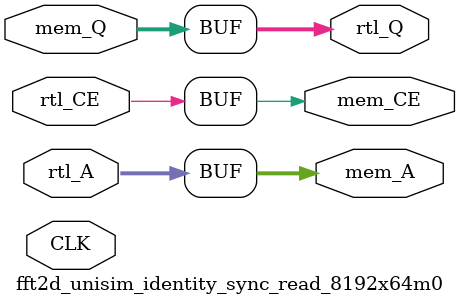
<source format=v>

module fft2d_unisim_rtl(clk, rst, rd_grant, wr_grant, conf_size, conf_log2, 
conf_batch, conf_transpose, conf_done, bufdin_valid, bufdin_data, bufdout_ready, 
A0_Q1, B0_Q1, rd_index, rd_length, rd_request, wr_index, wr_length, wr_request, 
fft2d_done, bufdin_ready, bufdout_valid, bufdout_data, A0_CE0, A0_A0, A0_D0, 
A0_WE0, A0_WEM0, A0_CE1, A0_A1, A0_D1, A0_WE1, A0_WEM1, B0_CE0, B0_A0, B0_D0, 
B0_WE0, B0_CE1, B0_A1);
  input clk;
  input rst;
  input rd_grant;
  input wr_grant;
  input [31:0] conf_size;
  input [31:0] conf_log2;
  input [31:0] conf_batch;
  input conf_transpose;
  input conf_done;
  input bufdin_valid;
  input [31:0] bufdin_data;
  input bufdout_ready;
  input [63:0] A0_Q1;
  input [63:0] B0_Q1;
  output reg [31:0] rd_index;
  output reg [31:0] rd_length;
  output reg rd_request;
  output reg [31:0] wr_index;
  output reg [31:0] wr_length;
  output reg wr_request;
  output reg fft2d_done;
  output bufdin_ready;
  output bufdout_valid;
  output reg [31:0] bufdout_data;
  output A0_CE0;
  output [12:0] A0_A0;
  output [63:0] A0_D0;
  output A0_WE0;
  output [1:0] A0_WEM0;
  output A0_CE1;
  output [12:0] A0_A1;
  output [63:0] A0_D1;
  output A0_WE1;
  output [1:0] A0_WEM1;
  output B0_CE0;
  output [12:0] B0_A0;
  output [63:0] B0_D0;
  output B0_WE0;
  output B0_CE1;
  output [12:0] B0_A1;
  reg [31:0] sig_size;
  reg [31:0] sig_log2;
  reg [31:0] sig_batch;
  reg sig_transpose;
  reg init_done;
  reg input_valid;
  reg input_ack;
  reg output_valid;
  reg output_ack;
  reg bufdin_set_ready_curr;
  wire [31:0] bufdin_data_buf;
  wire bufdin_can_get_sig;
  wire bufdin_sync_rcv_set_ready_prev;
  wire bufdin_sync_rcv_reset_ready_prev;
  wire bufdin_sync_rcv_reset_ready_curr;
  wire bufdin_sync_rcv_ready_flop;
  reg bufdout_set_valid_curr;
  wire bufdout_can_put_sig;
  wire bufdout_sync_snd_set_valid_prev;
  wire bufdout_sync_snd_reset_valid_prev;
  wire bufdout_sync_snd_reset_valid_curr;
  wire bufdout_sync_snd_valid_flop;
  wire [31:0] fft2d_unisim___rev_ln332_z;
  reg [1:0] state_fft2d_unisim_fft2d_config_fft2d;
  reg [1:0] state_fft2d_unisim_fft2d_config_fft2d_next;
  reg [31:0] sig_size_d;
  reg sig_transpose_d;
  reg [31:0] sig_batch_d;
  reg [31:0] sig_log2_d;
  reg init_done_d;
  reg [8:0] state_fft2d_unisim_fft2d_load_input;
  reg [8:0] state_fft2d_unisim_fft2d_load_input_next;
  reg eq_ln142_Z_0_tag_0;
  reg [30:0] add_ln156_q;
  reg [30:0] mux_base_ln143_q;
  reg [31:0] mux_s_ln143_q;
  reg mux_rows_ln143_0_q;
  reg [12:0] add_ln164_1_q;
  reg [12:0] mux_i_ln164_q;
  reg [30:0] mux_base_ln140_q;
  reg mux_rows_ln140_q;
  reg mux_s_ln140_q;
  reg [31:0] read_fft2d_sig_batch_ln134_q;
  reg [31:0] read_fft2d_sig_size_ln133_q;
  reg read_fft2d_sig_transpose_ln135_q;
  reg [30:0] mul_ln145_q;
  reg [30:0] add_ln187_1_q;
  reg A0_bridge0_rtl_CE_en;
  reg [12:0] A0_bridge0_rtl_a;
  reg [63:0] A0_bridge0_rtl_d;
  reg [1:0] A0_bridge0_rtl_wem;
  reg [31:0] rd_length_d;
  reg [31:0] rd_index_d;
  reg rd_request_d;
  reg eq_ln142_z;
  reg [30:0] add_ln156_z;
  reg [30:0] mux_base_ln143_z;
  reg [31:0] mux_s_ln143_z;
  reg mux_rows_ln143_0_z;
  reg input_valid_d;
  reg [13:0] mux_i_ln164_d;
  reg [11:0] mux_i_ln164_1_d_0;
  reg [63:0] mul_ln145_30_d_0;
  reg [63:0] read_fft2d_sig_size_ln133_31_d_0;
  reg [30:0] mux_read_fft2d_sig_size_ln133_Z_0_mux_0_v;
  reg add_ln187_1_30_d;
  reg bufdin_set_ready_curr_d;
  reg [22:0] state_fft2d_unisim_fft2d_process_itr_fft2d;
  reg [22:0] state_fft2d_unisim_fft2d_process_itr_fft2d_next;
  reg [63:0] memread_fft2d_A0_ln338_q;
  reg [63:0] memread_fft2d_A0_ln381_q;
  reg [54:0] add_ln176_1_11_q;
  reg [63:0] memread_fft2d_A0_ln336_q;
  reg [63:0] memread_fft2d_A0_ln379_q;
  reg [54:0] sub_ln196_2_11_q;
  reg [31:0] add_ln404_3_q;
  reg [31:0] add_ln404_4_q;
  reg [88:0] mul_ln221_q;
  reg [88:0] mul_ln221_1_q;
  reg [89:0] mul_ln221_0_q;
  reg [89:0] mul_ln221_2_q;
  reg lt_ln328_q;
  reg [55:0] add_ln404_q;
  reg [55:0] add_ln404_0_q;
  reg or_and_0_ln360_Z_0_q;
  reg or_and_0_ln351_Z_0_q;
  reg [12:0] mux_i_ln328_q;
  reg [30:0] add_ln328_1_q;
  reg and_1_ln360_q;
  reg [12:0] rsh_ln333_q;
  reg lt_ln335_q;
  reg and_1_ln351_q;
  reg [12:0] add_ln371_q;
  reg [12:0] add_ln372_0_q;
  reg mux_j_ln367_q;
  reg [11:0] add_ln367_1_q;
  reg [111:0] mux_w_ln367_q;
  reg [12:0] mux_k_ln359_q;
  reg [31:0] add_ln359_q;
  reg eq_ln408_Z_0_tag_0;
  reg [15:0] lsh_ln354_q;
  reg [32:0] mux_myCos_ln41_q;
  reg mux_s_ln350_q;
  reg [2:0] add_ln350_1_q;
  reg [33:0] mux_mySin_ln61_q;
  reg [31:0] read_fft2d_sig_size_ln309_q;
  reg [31:0] read_fft2d_sig_log2_ln310_q;
  reg [3:0] add_ln325_1_q;
  reg B0_bridge0_rtl_CE_en;
  reg [12:0] B0_bridge0_rtl_a;
  reg [63:0] B0_bridge0_rtl_d;
  reg A0_bridge1_rtl_CE_en;
  reg [12:0] A0_bridge1_rtl_a;
  reg [63:0] A0_bridge1_rtl_d;
  reg A0_bridge1_rtl_WE_en;
  wire [63:0] A0_bridge1_rtl_Q;
  reg [65:0] add_ln176_1_z;
  reg [63:0] memread_fft2d_A0_ln336_d;
  reg [63:0] memread_fft2d_A0_ln379_d;
  reg [65:0] sub_ln196_2_z;
  reg [31:0] add_ln404_3_z;
  reg [31:0] add_ln404_4_z;
  reg signed [88:0] mul_ln221_z;
  reg signed [88:0] mul_ln221_1_z;
  reg signed [89:0] mul_ln221_0_z;
  reg signed [89:0] mul_ln221_2_z;
  reg lt_ln328_z;
  reg [63:0] add_ln404_0_d_0;
  reg [47:0] add_ln404_8_d_0;
  reg input_ack_d;
  reg output_valid_d;
  reg or_and_0_ln360_Z_0_z;
  reg or_and_0_ln351_Z_0_z;
  reg [31:0] mux_i_ln328_d;
  reg [11:0] mux_i_ln328_1_d_0;
  reg and_1_ln360_z;
  reg [12:0] rsh_ln333_d;
  reg lt_ln335_z;
  reg and_1_ln351_z;
  reg [12:0] add_ln371_d;
  reg [12:0] add_ln372_0_d;
  reg [12:0] mux_j_ln367_d_0;
  reg [63:0] mux_w_ln367_d;
  reg [47:0] mux_w_ln367_64_d_0;
  reg [44:0] mux_k_ln359_d;
  reg [63:0] mux_s_ln350_d_0;
  reg [23:0] mux_mySin_ln61_10_d_0;
  reg [63:0] read_fft2d_sig_size_ln309_d;
  reg [3:0] add_ln325_1_d;
  reg [31:0] mux_i_ln328_z;
  reg [15:0] state_fft2d_unisim_fft2d_store_output;
  reg [15:0] state_fft2d_unisim_fft2d_store_output_next;
  reg [63:0] memread_fft2d_B0_ln256_q;
  reg [63:0] memread_fft2d_B0_ln278_q;
  reg [30:0] add_ln271_q;
  reg mux_rows_ln223_0_q;
  reg [30:0] mux_base_ln223_q;
  reg [31:0] mux_s_ln223_q;
  reg [12:0] mux_i_0_ln264_q;
  reg [12:0] add_ln264_1_q;
  reg mux_i_ln252_q;
  reg [12:0] add_ln252_1_q;
  reg [30:0] mul_ln241_q;
  reg [31:0] read_fft2d_sig_size_ln209_q;
  reg read_fft2d_sig_transpose_ln211_Z_0_tag_0;
  reg [31:0] read_fft2d_sig_batch_ln210_q;
  reg [30:0] mux_base_ln220_q;
  reg mux_rows_ln220_q;
  reg [30:0] mux_s_ln220_q;
  reg [30:0] add_ln292_1_q;
  reg B0_bridge1_rtl_CE_en;
  reg [12:0] B0_bridge1_rtl_a;
  wire [63:0] B0_bridge1_rtl_Q;
  reg [31:0] wr_length_d;
  reg [31:0] wr_index_d;
  reg wr_request_d;
  reg [63:0] mux_memread_fft2d_B0_ln256_Q_v;
  reg [31:0] memread_fft2d_B0_ln256_32_d_0;
  reg [63:0] mux_memread_fft2d_B0_ln278_Q_v;
  reg [31:0] memread_fft2d_B0_ln278_32_d_0;
  reg [30:0] add_ln271_z;
  reg mux_rows_ln223_0_z;
  reg [30:0] mux_base_ln223_z;
  reg [31:0] mux_s_ln223_z;
  reg bufdout_set_valid_curr_d;
  reg [31:0] bufdout_data_d;
  reg [13:0] mux_i_0_ln264_d;
  reg [11:0] mux_i_0_ln264_1_d_0;
  reg [13:0] mux_i_ln252_d_0;
  reg [30:0] mul_ln241_d;
  reg output_ack_d;
  reg fft2d_done_d;
  reg [30:0] read_fft2d_sig_size_ln209_d;
  reg [33:0] read_fft2d_sig_size_ln209_31_d_0;
  reg [63:0] mux_base_ln220_d;
  reg [29:0] mux_s_ln220_1_d_0;

  fft2d_unisim_fft2d_bufdin_can_get_mod_process 
                                                fft2d_unisim_fft2d_bufdin_can_get_mod_process(
                                                .bufdin_valid(bufdin_valid), .bufdin_ready(
                                                bufdin_ready), .bufdin_can_get_sig(
                                                bufdin_can_get_sig));
  fft2d_unisim_fft2d_bufdin_sync_rcv_back_method 
                                                 fft2d_unisim_fft2d_bufdin_sync_rcv_back_method(
                                                 .clk(clk), .rst(rst), .bufdin_valid(
                                                 bufdin_valid), .bufdin_ready(
                                                 bufdin_ready), .bufdin_set_ready_curr(
                                                 bufdin_set_ready_curr), .bufdin_data(
                                                 bufdin_data), .bufdin_sync_rcv_set_ready_prev(
                                                 bufdin_sync_rcv_set_ready_prev), 
                                                 .bufdin_sync_rcv_reset_ready_prev(
                                                 bufdin_sync_rcv_reset_ready_prev), 
                                                 .bufdin_sync_rcv_reset_ready_curr(
                                                 bufdin_sync_rcv_reset_ready_curr), 
                                                 .bufdin_sync_rcv_ready_flop(
                                                 bufdin_sync_rcv_ready_flop), .bufdin_data_buf(
                                                 bufdin_data_buf));
  fft2d_unisim_fft2d_bufdin_sync_rcv_ready_arb 
                                               fft2d_unisim_fft2d_bufdin_sync_rcv_ready_arb(
                                               .bufdin_set_ready_curr(
                                               bufdin_set_ready_curr), .bufdin_sync_rcv_set_ready_prev(
                                               bufdin_sync_rcv_set_ready_prev), 
                                               .bufdin_sync_rcv_reset_ready_curr(
                                               bufdin_sync_rcv_reset_ready_curr), 
                                               .bufdin_sync_rcv_reset_ready_prev(
                                               bufdin_sync_rcv_reset_ready_prev), 
                                               .bufdin_sync_rcv_ready_flop(
                                               bufdin_sync_rcv_ready_flop), .bufdin_ready(
                                               bufdin_ready));
  fft2d_unisim_fft2d_bufdout_can_put_mod_process 
                                                 fft2d_unisim_fft2d_bufdout_can_put_mod_process(
                                                 .bufdout_valid(bufdout_valid), 
                                                 .bufdout_ready(bufdout_ready), 
                                                 .bufdout_can_put_sig(
                                                 bufdout_can_put_sig));
  fft2d_unisim_fft2d_bufdout_sync_snd_back_method 
                                                  fft2d_unisim_fft2d_bufdout_sync_snd_back_method(
                                                  .clk(clk), .rst(rst), .bufdout_ready(
                                                  bufdout_ready), .bufdout_valid(
                                                  bufdout_valid), .bufdout_set_valid_curr(
                                                  bufdout_set_valid_curr), .bufdout_sync_snd_set_valid_prev(
                                                  bufdout_sync_snd_set_valid_prev), 
                                                  .bufdout_sync_snd_reset_valid_prev(
                                                  bufdout_sync_snd_reset_valid_prev), 
                                                  .bufdout_sync_snd_reset_valid_curr(
                                                  bufdout_sync_snd_reset_valid_curr), 
                                                  .bufdout_sync_snd_valid_flop(
                                                  bufdout_sync_snd_valid_flop));
  fft2d_unisim_fft2d_bufdout_sync_snd_valid_arb 
                                                fft2d_unisim_fft2d_bufdout_sync_snd_valid_arb(
                                                .bufdout_set_valid_curr(
                                                bufdout_set_valid_curr), .bufdout_sync_snd_set_valid_prev(
                                                bufdout_sync_snd_set_valid_prev), 
                                                .bufdout_sync_snd_reset_valid_curr(
                                                bufdout_sync_snd_reset_valid_curr), 
                                                .bufdout_sync_snd_reset_valid_prev(
                                                bufdout_sync_snd_reset_valid_prev), 
                                                .bufdout_sync_snd_valid_flop(
                                                bufdout_sync_snd_valid_flop), .bufdout_valid(
                                                bufdout_valid));
  // synthesis sync_set_reset_local fft2d_unisim_fft2d_config_fft2d_seq_block rst
  always @(posedge clk) // fft2d_unisim_fft2d_config_fft2d_sequential
    begin : fft2d_unisim_fft2d_config_fft2d_seq_block
      if (!rst) // Initialize state and outputs
      begin
        sig_size <= 32'sh0;
        sig_transpose <= 1'sb0;
        sig_batch <= 32'sh0;
        sig_log2 <= 32'sh0;
        init_done <= 1'sb0;
        state_fft2d_unisim_fft2d_config_fft2d <= 2'h1;
      end
      else // Update Q values
      begin
        sig_size <= sig_size_d;
        sig_transpose <= sig_transpose_d;
        sig_batch <= sig_batch_d;
        sig_log2 <= sig_log2_d;
        init_done <= init_done_d;
        state_fft2d_unisim_fft2d_config_fft2d <= 
        state_fft2d_unisim_fft2d_config_fft2d_next;
      end
    end
  always @(*) begin : fft2d_unisim_fft2d_config_fft2d_combinational
      reg write_fft2d_sig_log2_ln98_en;
      reg ctrlAnd_1_ln92_z;
      reg ctrlAnd_0_ln92_z;
      reg ctrlOr_ln109_z;

      state_fft2d_unisim_fft2d_config_fft2d_next = 2'h0;
      write_fft2d_sig_log2_ln98_en = rst & 
      state_fft2d_unisim_fft2d_config_fft2d[0];
      ctrlAnd_1_ln92_z = conf_done & state_fft2d_unisim_fft2d_config_fft2d[0];
      ctrlAnd_0_ln92_z = !conf_done & state_fft2d_unisim_fft2d_config_fft2d[0];
      if (state_fft2d_unisim_fft2d_config_fft2d[0]) 
        sig_size_d = conf_size;
      else 
        sig_size_d = sig_size;
      if (state_fft2d_unisim_fft2d_config_fft2d[0]) 
        sig_transpose_d = conf_transpose;
      else 
        sig_transpose_d = sig_transpose;
      if (state_fft2d_unisim_fft2d_config_fft2d[0]) 
        sig_batch_d = conf_batch;
      else 
        sig_batch_d = sig_batch;
      ctrlOr_ln109_z = state_fft2d_unisim_fft2d_config_fft2d[1] | 
      ctrlAnd_1_ln92_z;
      if (write_fft2d_sig_log2_ln98_en) 
        sig_log2_d = conf_log2;
      else 
        sig_log2_d = sig_log2;
      if (ctrlAnd_1_ln92_z) 
        init_done_d = 1'b1;
      else 
        init_done_d = init_done;
      case (1'b1)// synthesis parallel_case
        state_fft2d_unisim_fft2d_config_fft2d[0]: // Wait_ln93
          begin
            case (1'b1)// synthesis parallel_case
              ctrlAnd_0_ln92_z: state_fft2d_unisim_fft2d_config_fft2d_next[0] = 
                1'b1;
              ctrlOr_ln109_z: state_fft2d_unisim_fft2d_config_fft2d_next[1] = 
                1'b1;
              default: state_fft2d_unisim_fft2d_config_fft2d_next = 2'hX;
            endcase
          end
        state_fft2d_unisim_fft2d_config_fft2d[1]: // Wait_ln110
          state_fft2d_unisim_fft2d_config_fft2d_next[1] = 1'b1;
        default: // Don't care
          state_fft2d_unisim_fft2d_config_fft2d_next = 2'hX;
      endcase
    end
  fft2d_unisim_identity_sync_write_m_8192x64m32 A0_bridge0(.rtl_CE(
                                                A0_bridge0_rtl_CE_en), .rtl_A(
                                                A0_bridge0_rtl_a), .rtl_D(
                                                A0_bridge0_rtl_d), .rtl_WE(
                                                A0_bridge0_rtl_CE_en), .rtl_WEM(
                                                A0_bridge0_rtl_wem), .CLK(clk), 
                                                .mem_CE(A0_CE0), .mem_A(A0_A0), 
                                                .mem_D(A0_D0), .mem_WE(A0_WE0), 
                                                .mem_WEM(A0_WEM0));
  // synthesis sync_set_reset_local fft2d_unisim_fft2d_load_input_seq_block rst
  always @(posedge clk) // fft2d_unisim_fft2d_load_input_sequential
    begin : fft2d_unisim_fft2d_load_input_seq_block
      if (!rst) // Initialize state and outputs
      begin
        rd_length <= 32'sh0;
        rd_index <= 32'sh0;
        rd_request <= 1'sb0;
        eq_ln142_Z_0_tag_0 <= 1'sb0;
        add_ln156_q <= 31'sh0;
        mux_base_ln143_q <= 31'sh0;
        mux_s_ln143_q <= 32'sh0;
        mux_rows_ln143_0_q <= 1'sb0;
        input_valid <= 1'sb0;
        add_ln164_1_q <= 13'sh0;
        mux_i_ln164_q <= 13'sh0;
        mux_base_ln140_q <= 31'sh0;
        mux_rows_ln140_q <= 1'sb0;
        mux_s_ln140_q <= 1'sb0;
        read_fft2d_sig_batch_ln134_q <= 32'sh0;
        read_fft2d_sig_size_ln133_q <= 32'sh0;
        read_fft2d_sig_transpose_ln135_q <= 1'sb0;
        mul_ln145_q <= 31'sh0;
        add_ln187_1_q <= 31'sh0;
        bufdin_set_ready_curr <= 1'sb0;
        state_fft2d_unisim_fft2d_load_input <= 9'h1;
      end
      else // Update Q values
      begin
        rd_length <= rd_length_d;
        rd_index <= rd_index_d;
        rd_request <= rd_request_d;
        eq_ln142_Z_0_tag_0 <= eq_ln142_z;
        add_ln156_q <= add_ln156_z;
        mux_base_ln143_q <= mux_base_ln143_z;
        mux_s_ln143_q <= mux_s_ln143_z;
        mux_rows_ln143_0_q <= mux_rows_ln143_0_z;
        input_valid <= input_valid_d;
        add_ln164_1_q <= mux_i_ln164_d[13:1];
        mux_i_ln164_q <= {mux_i_ln164_1_d_0, mux_i_ln164_d[0]};
        mux_base_ln140_q <= mul_ln145_30_d_0[31:1];
        mux_rows_ln140_q <= mul_ln145_30_d_0[32];
        mux_s_ln140_q <= mul_ln145_30_d_0[33];
        read_fft2d_sig_batch_ln134_q <= read_fft2d_sig_size_ln133_31_d_0[32:1];
        read_fft2d_sig_size_ln133_q <= {read_fft2d_sig_size_ln133_31_d_0[0], 
        mux_read_fft2d_sig_size_ln133_Z_0_mux_0_v};
        read_fft2d_sig_transpose_ln135_q <= read_fft2d_sig_size_ln133_31_d_0[33];
        mul_ln145_q <= {mul_ln145_30_d_0[0], read_fft2d_sig_size_ln133_31_d_0[63:
        34]};
        add_ln187_1_q <= {add_ln187_1_30_d, mul_ln145_30_d_0[63:34]};
        bufdin_set_ready_curr <= bufdin_set_ready_curr_d;
        state_fft2d_unisim_fft2d_load_input <= 
        state_fft2d_unisim_fft2d_load_input_next;
      end
    end
  always @(*) begin : fft2d_unisim_fft2d_load_input_combinational
      reg ctrlOr_ln300_0_z;
      reg unary_nor_ln98_z;
      reg unary_nor_ln98_0_z;
      reg ctrlAnd_0_ln142_z;
      reg [30:0] mul_ln145_z;
      reg mux_i_ln164_sel_0;
      reg ctrlAnd_1_ln125_z;
      reg ctrlAnd_0_ln125_z;
      reg ctrlAnd_1_ln160_z;
      reg ctrlAnd_0_ln160_z;
      reg ctrlAnd_1_ln180_z;
      reg ctrlAnd_0_ln180_z;
      reg ctrlAnd_1_ln183_z;
      reg ctrlAnd_0_ln183_z;
      reg ctrlAnd_1_ln142_z;
      reg [31:0] mux_read_fft2d_sig_batch_ln134_Z_v;
      reg mux_read_fft2d_sig_size_ln133_Z_31_v;
      reg mux_read_fft2d_sig_transpose_ln135_Z_0_v;
      reg [30:0] mux_read_fft2d_sig_size_ln133_Z_v;
      reg mux_rows_ln142_z;
      reg [30:0] mux_base_ln142_z;
      reg [13:0] mux_i_ln164_z;
      reg [30:0] mux_mul_ln145_Z_v;
      reg [31:0] mux_s_ln142_z;
      reg ctrlOr_ln164_0_z;
      reg ctrlOr_ln142_z;
      reg ctrlOr_ln183_z;
      reg rd_request_hold;
      reg ctrlOr_ln160_z;
      reg [31:0] mux_item_ln304_z;
      reg [31:0] mux_item_ln304_0_z;
      reg mux_rows_ln140_z;
      reg [30:0] mux_base_ln140_z;
      reg eq_ln165_z;
      reg lt_ln164_z;
      reg [12:0] mux_mux_i_ln164_Z_v;
      reg [13:0] add_ln164_z;
      reg [31:0] mux_s_ln140_z;
      reg ctrlOr_ln140_z;
      reg ctrlAnd_1_ln300_0_z;
      reg ctrlAnd_0_ln300_0_z;
      reg ternaryMux_ln143_0_z;
      reg or_and_0_ln165_Z_0_z;
      reg if_ln165_z;
      reg [12:0] mux_add_ln164_Z_1_v_0;
      reg [30:0] mul_ln153_z;
      reg [31:0] add_ln187_z;
      reg ctrlAnd_0_ln165_z;
      reg and_1_ln165_z;
      reg input_valid_hold;
      reg ctrlOr_ln180_z;
      reg ctrlAnd_1_ln165_z;
      reg ctrlOr_ln300_z;
      reg ctrlAnd_0_ln300_z;
      reg ctrlAnd_1_ln300_z;
      reg mux_i_ln164_sel;
      reg add_ln187_1_30_sel;
      reg bufdin_set_ready_curr_hold;

      state_fft2d_unisim_fft2d_load_input_next = 9'h0;
      ctrlOr_ln300_0_z = state_fft2d_unisim_fft2d_load_input[7] | 
      state_fft2d_unisim_fft2d_load_input[6];
      unary_nor_ln98_z = ~bufdin_set_ready_curr;
      unary_nor_ln98_0_z = ~bufdin_set_ready_curr;
      ctrlAnd_0_ln142_z = eq_ln142_Z_0_tag_0 & 
      state_fft2d_unisim_fft2d_load_input[1];
      mul_ln145_z = sig_size[30:0] * sig_size[30:0];
      mux_i_ln164_sel_0 = ctrlOr_ln300_0_z;
      ctrlAnd_1_ln125_z = init_done & state_fft2d_unisim_fft2d_load_input[0];
      ctrlAnd_0_ln125_z = !init_done & state_fft2d_unisim_fft2d_load_input[0];
      ctrlAnd_1_ln160_z = rd_grant & state_fft2d_unisim_fft2d_load_input[2];
      ctrlAnd_0_ln160_z = !rd_grant & state_fft2d_unisim_fft2d_load_input[2];
      ctrlAnd_1_ln180_z = input_ack & state_fft2d_unisim_fft2d_load_input[3];
      ctrlAnd_0_ln180_z = !input_ack & state_fft2d_unisim_fft2d_load_input[3];
      ctrlAnd_1_ln183_z = !input_ack & state_fft2d_unisim_fft2d_load_input[4];
      ctrlAnd_0_ln183_z = input_ack & state_fft2d_unisim_fft2d_load_input[4];
      ctrlAnd_1_ln142_z = !eq_ln142_Z_0_tag_0 & 
      state_fft2d_unisim_fft2d_load_input[1];
      if (state_fft2d_unisim_fft2d_load_input[0]) 
        mux_read_fft2d_sig_batch_ln134_Z_v = sig_batch;
      else 
        mux_read_fft2d_sig_batch_ln134_Z_v = read_fft2d_sig_batch_ln134_q;
      if (state_fft2d_unisim_fft2d_load_input[0]) 
        mux_read_fft2d_sig_size_ln133_Z_31_v = sig_size[31];
      else 
        mux_read_fft2d_sig_size_ln133_Z_31_v = read_fft2d_sig_size_ln133_q[31];
      if (state_fft2d_unisim_fft2d_load_input[0]) 
        mux_read_fft2d_sig_transpose_ln135_Z_0_v = sig_transpose;
      else 
        mux_read_fft2d_sig_transpose_ln135_Z_0_v = 
        read_fft2d_sig_transpose_ln135_q;
      if (state_fft2d_unisim_fft2d_load_input[1]) 
        mux_read_fft2d_sig_size_ln133_Z_v = read_fft2d_sig_size_ln133_q[30:0];
      else 
        mux_read_fft2d_sig_size_ln133_Z_v = rd_length[31:1];
      if (state_fft2d_unisim_fft2d_load_input[1]) 
        mux_rows_ln142_z = mux_rows_ln143_0_q;
      else 
        mux_rows_ln142_z = mux_rows_ln140_q;
      if (state_fft2d_unisim_fft2d_load_input[1]) 
        mux_base_ln142_z = mux_base_ln143_q;
      else 
        mux_base_ln142_z = mux_base_ln140_q;
      if (state_fft2d_unisim_fft2d_load_input[2]) 
        mux_i_ln164_z = 14'h0;
      else 
        mux_i_ln164_z = {add_ln164_1_q, !mux_i_ln164_q[0]};
      if (state_fft2d_unisim_fft2d_load_input[0]) 
        mux_mul_ln145_Z_v = mul_ln145_z;
      else 
        mux_mul_ln145_Z_v = mul_ln145_q;
      if (state_fft2d_unisim_fft2d_load_input[1]) 
        mux_s_ln142_z = mux_s_ln143_q;
      else 
        mux_s_ln142_z = {add_ln187_1_q, !mux_s_ln140_q};
      ctrlOr_ln164_0_z = state_fft2d_unisim_fft2d_load_input[8] | 
      ctrlAnd_1_ln160_z;
      ctrlOr_ln142_z = ctrlAnd_1_ln183_z | ctrlAnd_0_ln142_z;
      ctrlOr_ln183_z = ctrlAnd_0_ln183_z | ctrlAnd_1_ln180_z;
      rd_request_hold = ~(ctrlAnd_1_ln160_z | ctrlAnd_1_ln142_z);
      ctrlOr_ln160_z = ctrlAnd_0_ln160_z | ctrlAnd_1_ln142_z;
      if (bufdin_ready) 
        mux_item_ln304_z = bufdin_data;
      else 
        mux_item_ln304_z = bufdin_data_buf;
      if (bufdin_ready) 
        mux_item_ln304_0_z = bufdin_data;
      else 
        mux_item_ln304_0_z = bufdin_data_buf;
      if (state_fft2d_unisim_fft2d_load_input[0]) 
        mux_read_fft2d_sig_size_ln133_Z_0_mux_0_v = sig_size[30:0];
      else 
        mux_read_fft2d_sig_size_ln133_Z_0_mux_0_v = 
        mux_read_fft2d_sig_size_ln133_Z_v;
      if (state_fft2d_unisim_fft2d_load_input[0]) 
        mux_rows_ln140_z = 1'b1;
      else 
        mux_rows_ln140_z = mux_rows_ln142_z;
      if (state_fft2d_unisim_fft2d_load_input[0]) 
        mux_base_ln140_z = 31'h0;
      else 
        mux_base_ln140_z = mux_base_ln142_z;
      eq_ln165_z = {18'h0, mux_i_ln164_z} == {read_fft2d_sig_size_ln133_q[31], 
      rd_length[31:1]};
      lt_ln164_z = ~mux_i_ln164_z[13];
      if (state_fft2d_unisim_fft2d_load_input[5]) 
        mux_mux_i_ln164_Z_v = mux_i_ln164_q;
      else 
        mux_mux_i_ln164_Z_v = mux_i_ln164_z[12:0];
      add_ln164_z = {1'b0, mux_i_ln164_z[12:0]} + 14'h1;
      if (state_fft2d_unisim_fft2d_load_input[0]) 
        mux_s_ln140_z = 32'h0;
      else 
        mux_s_ln140_z = mux_s_ln142_z;
      ctrlOr_ln140_z = ctrlOr_ln142_z | ctrlAnd_1_ln125_z;
      if (ctrlAnd_1_ln142_z) 
        rd_length_d = {read_fft2d_sig_size_ln133_q[30:0], 1'b0};
      else 
        rd_length_d = rd_length;
      if (ctrlAnd_1_ln142_z) 
        rd_index_d = {add_ln156_q, 1'b0};
      else 
        rd_index_d = rd_index;
      case (1'b1)// synthesis parallel_case
        ctrlAnd_1_ln142_z: rd_request_d = 1'b1;
        ctrlAnd_1_ln160_z: rd_request_d = 1'b0;
        rd_request_hold: rd_request_d = rd_request;
        default: rd_request_d = 1'bX;
      endcase
      ctrlAnd_1_ln300_0_z = bufdin_can_get_sig & ctrlOr_ln300_0_z;
      ctrlAnd_0_ln300_0_z = !bufdin_can_get_sig & ctrlOr_ln300_0_z;
      ternaryMux_ln143_0_z = mux_read_fft2d_sig_transpose_ln135_Z_0_v & 
      mux_rows_ln140_z;
      or_and_0_ln165_Z_0_z = mux_i_ln164_z[13] | eq_ln165_z;
      if_ln165_z = ~eq_ln165_z;
      if (ctrlOr_ln300_0_z) begin
        A0_bridge0_rtl_wem = 2'h2;
        A0_bridge0_rtl_d = {mux_item_ln304_0_z, 32'h0};
        A0_bridge0_rtl_a = mux_i_ln164_q;
      end
      else begin
        A0_bridge0_rtl_wem = 2'h1;
        A0_bridge0_rtl_d = {32'h0, mux_item_ln304_z};
        A0_bridge0_rtl_a = mux_mux_i_ln164_Z_v;
      end
      if (state_fft2d_unisim_fft2d_load_input[5]) 
        mux_add_ln164_Z_1_v_0 = add_ln164_1_q;
      else 
        mux_add_ln164_Z_1_v_0 = add_ln164_z[13:1];
      eq_ln142_z = mux_s_ln140_z == mux_read_fft2d_sig_batch_ln134_Z_v;
      mul_ln153_z = mux_s_ln140_z[30:0] * 
      mux_read_fft2d_sig_size_ln133_Z_0_mux_0_v;
      add_ln187_z = mux_s_ln140_z + 32'h1;
      ctrlAnd_0_ln165_z = or_and_0_ln165_Z_0_z & ctrlOr_ln164_0_z;
      and_1_ln165_z = if_ln165_z & lt_ln164_z;
      add_ln156_z = mux_base_ln140_z + mul_ln153_z;
      if (ternaryMux_ln143_0_z) begin
        mux_s_ln143_z = 32'h0;
        mux_base_ln143_z = mux_mul_ln145_Z_v;
      end
      else begin
        mux_s_ln143_z = mux_s_ln140_z;
        mux_base_ln143_z = mux_base_ln140_z;
      end
      mux_rows_ln143_0_z = !ternaryMux_ln143_0_z & mux_rows_ln140_z;
      input_valid_hold = ~(ctrlAnd_1_ln180_z | ctrlAnd_0_ln165_z);
      ctrlOr_ln180_z = ctrlAnd_0_ln180_z | ctrlAnd_0_ln165_z;
      ctrlAnd_1_ln165_z = and_1_ln165_z & ctrlOr_ln164_0_z;
      case (1'b1)// synthesis parallel_case
        ctrlAnd_0_ln165_z: input_valid_d = 1'b1;
        ctrlAnd_1_ln180_z: input_valid_d = 1'b0;
        input_valid_hold: input_valid_d = input_valid;
        default: input_valid_d = 1'bX;
      endcase
      ctrlOr_ln300_z = state_fft2d_unisim_fft2d_load_input[5] | 
      ctrlAnd_1_ln165_z;
      ctrlAnd_0_ln300_z = !bufdin_can_get_sig & ctrlOr_ln300_z;
      ctrlAnd_1_ln300_z = bufdin_can_get_sig & ctrlOr_ln300_z;
      mux_i_ln164_sel = ctrlOr_ln300_z;
      add_ln187_1_30_sel = ctrlOr_ln300_z | ctrlOr_ln300_0_z | ctrlOr_ln183_z | 
      ctrlOr_ln180_z | ctrlOr_ln160_z;
      bufdin_set_ready_curr_hold = ~(ctrlAnd_1_ln300_z | ctrlAnd_1_ln300_0_z);
      A0_bridge0_rtl_CE_en = ctrlAnd_1_ln300_z | ctrlAnd_1_ln300_0_z;
      case (1'b1)// synthesis parallel_case
        mux_i_ln164_sel: mux_i_ln164_d = {mux_add_ln164_Z_1_v_0, 
          mux_mux_i_ln164_Z_v[0]};
        mux_i_ln164_sel_0: mux_i_ln164_d = {add_ln164_1_q, mux_i_ln164_q[0]};
        default: mux_i_ln164_d = 14'hX;
      endcase
      case (1'b1)// synthesis parallel_case
        mux_i_ln164_sel: mux_i_ln164_1_d_0 = mux_mux_i_ln164_Z_v[12:1];
        ctrlAnd_0_ln300_0_z: mux_i_ln164_1_d_0 = mux_i_ln164_q[12:1];
        default: mux_i_ln164_1_d_0 = 12'hX;
      endcase
      case (1'b1)// synthesis parallel_case
        ctrlOr_ln140_z: mul_ln145_30_d_0 = {add_ln187_z[30:1], mux_s_ln140_z[0], 
          mux_rows_ln140_z, mux_base_ln140_z, mux_mul_ln145_Z_v[30]};
        add_ln187_1_30_sel: mul_ln145_30_d_0 = {add_ln187_1_q[29:0], 
          mux_s_ln140_q, mux_rows_ln140_q, mux_base_ln140_q, mul_ln145_q[30]};
        default: mul_ln145_30_d_0 = 64'hX;
      endcase
      case (1'b1)// synthesis parallel_case
        ctrlOr_ln140_z: read_fft2d_sig_size_ln133_31_d_0 = {mux_mul_ln145_Z_v[29:
          0], mux_read_fft2d_sig_transpose_ln135_Z_0_v, 
          mux_read_fft2d_sig_batch_ln134_Z_v, 
          mux_read_fft2d_sig_size_ln133_Z_31_v};
        add_ln187_1_30_sel: read_fft2d_sig_size_ln133_31_d_0 = {mul_ln145_q[29:0], 
          read_fft2d_sig_transpose_ln135_q, read_fft2d_sig_batch_ln134_q, 
          read_fft2d_sig_size_ln133_q[31]};
        default: read_fft2d_sig_size_ln133_31_d_0 = 64'hX;
      endcase
      case (1'b1)// synthesis parallel_case
        ctrlOr_ln140_z: add_ln187_1_30_d = add_ln187_z[31];
        add_ln187_1_30_sel: add_ln187_1_30_d = add_ln187_1_q[30];
        default: add_ln187_1_30_d = 1'bX;
      endcase
      case (1'b1)// synthesis parallel_case
        ctrlAnd_1_ln300_z: bufdin_set_ready_curr_d = unary_nor_ln98_z;
        ctrlAnd_1_ln300_0_z: bufdin_set_ready_curr_d = unary_nor_ln98_0_z;
        bufdin_set_ready_curr_hold: bufdin_set_ready_curr_d = 
          bufdin_set_ready_curr;
        default: bufdin_set_ready_curr_d = 1'bX;
      endcase
      case (1'b1)// synthesis parallel_case
        state_fft2d_unisim_fft2d_load_input[0]: // Wait_ln125
          begin
            case (1'b1)// synthesis parallel_case
              ctrlAnd_0_ln125_z: state_fft2d_unisim_fft2d_load_input_next[0] = 
                1'b1;
              ctrlOr_ln140_z: state_fft2d_unisim_fft2d_load_input_next[1] = 1'b1;
              default: state_fft2d_unisim_fft2d_load_input_next = 9'hX;
            endcase
          end
        state_fft2d_unisim_fft2d_load_input[1]: // Wait_ln147
          begin
            case (1'b1)// synthesis parallel_case
              ctrlOr_ln140_z: state_fft2d_unisim_fft2d_load_input_next[1] = 1'b1;
              ctrlOr_ln160_z: state_fft2d_unisim_fft2d_load_input_next[2] = 1'b1;
              default: state_fft2d_unisim_fft2d_load_input_next = 9'hX;
            endcase
          end
        state_fft2d_unisim_fft2d_load_input[2]: // Wait_ln160
          begin
            case (1'b1)// synthesis parallel_case
              ctrlOr_ln160_z: state_fft2d_unisim_fft2d_load_input_next[2] = 1'b1;
              ctrlOr_ln180_z: state_fft2d_unisim_fft2d_load_input_next[3] = 1'b1;
              ctrlAnd_0_ln300_z: state_fft2d_unisim_fft2d_load_input_next[5] = 
                1'b1;
              ctrlAnd_1_ln300_z: state_fft2d_unisim_fft2d_load_input_next[6] = 
                1'b1;
              default: state_fft2d_unisim_fft2d_load_input_next = 9'hX;
            endcase
          end
        state_fft2d_unisim_fft2d_load_input[3]: // Wait_ln180
          begin
            case (1'b1)// synthesis parallel_case
              ctrlOr_ln180_z: state_fft2d_unisim_fft2d_load_input_next[3] = 1'b1;
              ctrlOr_ln183_z: state_fft2d_unisim_fft2d_load_input_next[4] = 1'b1;
              default: state_fft2d_unisim_fft2d_load_input_next = 9'hX;
            endcase
          end
        state_fft2d_unisim_fft2d_load_input[4]: // Wait_ln183
          begin
            case (1'b1)// synthesis parallel_case
              ctrlOr_ln183_z: state_fft2d_unisim_fft2d_load_input_next[4] = 1'b1;
              ctrlOr_ln140_z: state_fft2d_unisim_fft2d_load_input_next[1] = 1'b1;
              default: state_fft2d_unisim_fft2d_load_input_next = 9'hX;
            endcase
          end
        state_fft2d_unisim_fft2d_load_input[5]: // Wait_ln300
          begin
            case (1'b1)// synthesis parallel_case
              ctrlAnd_0_ln300_z: state_fft2d_unisim_fft2d_load_input_next[5] = 
                1'b1;
              ctrlAnd_1_ln300_z: state_fft2d_unisim_fft2d_load_input_next[6] = 
                1'b1;
              default: state_fft2d_unisim_fft2d_load_input_next = 9'hX;
            endcase
          end
        state_fft2d_unisim_fft2d_load_input[6]: // Wait_ln170
          begin
            case (1'b1)// synthesis parallel_case
              ctrlAnd_0_ln300_0_z: state_fft2d_unisim_fft2d_load_input_next[7] = 
                1'b1;
              ctrlAnd_1_ln300_0_z: state_fft2d_unisim_fft2d_load_input_next[8] = 
                1'b1;
              default: state_fft2d_unisim_fft2d_load_input_next = 9'hX;
            endcase
          end
        state_fft2d_unisim_fft2d_load_input[7]: // Wait_ln300_0
          begin
            case (1'b1)// synthesis parallel_case
              ctrlAnd_0_ln300_0_z: state_fft2d_unisim_fft2d_load_input_next[7] = 
                1'b1;
              ctrlAnd_1_ln300_0_z: state_fft2d_unisim_fft2d_load_input_next[8] = 
                1'b1;
              default: state_fft2d_unisim_fft2d_load_input_next = 9'hX;
            endcase
          end
        state_fft2d_unisim_fft2d_load_input[8]: // Wait_ln174
          begin
            case (1'b1)// synthesis parallel_case
              ctrlOr_ln180_z: state_fft2d_unisim_fft2d_load_input_next[3] = 1'b1;
              ctrlAnd_0_ln300_z: state_fft2d_unisim_fft2d_load_input_next[5] = 
                1'b1;
              ctrlAnd_1_ln300_z: state_fft2d_unisim_fft2d_load_input_next[6] = 
                1'b1;
              default: state_fft2d_unisim_fft2d_load_input_next = 9'hX;
            endcase
          end
        default: // Don't care
          state_fft2d_unisim_fft2d_load_input_next = 9'hX;
      endcase
    end
  fft2d_unisim_identity_sync_write_8192x64m0 B0_bridge0(.rtl_CE(
                                             B0_bridge0_rtl_CE_en), .rtl_A(
                                             B0_bridge0_rtl_a), .rtl_D(
                                             B0_bridge0_rtl_d), .rtl_WE(
                                             B0_bridge0_rtl_CE_en), .CLK(clk), .mem_CE(
                                             B0_CE0), .mem_A(B0_A0), .mem_D(
                                             B0_D0), .mem_WE(B0_WE0));
  fft2d_unisim_identity_sync_read_write_m_8192x64m32 A0_bridge1(.rtl_CE(
                                                     A0_bridge1_rtl_CE_en), .rtl_A(
                                                     A0_bridge1_rtl_a), .mem_Q(
                                                     A0_Q1), .rtl_D(
                                                     A0_bridge1_rtl_d), .rtl_WE(
                                                     A0_bridge1_rtl_WE_en), .rtl_WEM(
                                                     2'h3), .CLK(clk), .mem_CE(
                                                     A0_CE1), .mem_A(A0_A1), .rtl_Q(
                                                     A0_bridge1_rtl_Q), .mem_D(
                                                     A0_D1), .mem_WE(A0_WE1), .mem_WEM(
                                                     A0_WEM1));
  // synthesis sync_set_reset_local fft2d_unisim_fft2d_process_itr_fft2d_seq_block rst
  always @(posedge clk) // fft2d_unisim_fft2d_process_itr_fft2d_sequential
    begin : fft2d_unisim_fft2d_process_itr_fft2d_seq_block
      if (!rst) // Initialize state and outputs
      begin
        memread_fft2d_A0_ln338_q <= 64'sh0;
        memread_fft2d_A0_ln381_q <= 64'sh0;
        add_ln176_1_11_q <= 55'h0;
        memread_fft2d_A0_ln336_q <= 64'sh0;
        memread_fft2d_A0_ln379_q <= 64'sh0;
        sub_ln196_2_11_q <= 55'h0;
        add_ln404_3_q <= 32'sh0;
        add_ln404_4_q <= 32'sh0;
        mul_ln221_q <= 89'sh0;
        mul_ln221_1_q <= 89'sh0;
        mul_ln221_0_q <= 90'sh0;
        mul_ln221_2_q <= 90'sh0;
        lt_ln328_q <= 1'sb0;
        add_ln404_q <= 56'sh0;
        add_ln404_0_q <= 56'sh0;
        input_ack <= 1'sb0;
        output_valid <= 1'sb0;
        or_and_0_ln360_Z_0_q <= 1'sb0;
        or_and_0_ln351_Z_0_q <= 1'sb0;
        mux_i_ln328_q <= 13'sh0;
        add_ln328_1_q <= 31'sh0;
        and_1_ln360_q <= 1'sb0;
        rsh_ln333_q <= 13'sh0;
        lt_ln335_q <= 1'sb0;
        and_1_ln351_q <= 1'sb0;
        add_ln371_q <= 13'sh0;
        add_ln372_0_q <= 13'sh0;
        mux_j_ln367_q <= 1'sb0;
        add_ln367_1_q <= 12'h0;
        mux_w_ln367_q <= 112'sh0;
        mux_k_ln359_q <= 13'sh0;
        add_ln359_q <= 32'sh0;
        eq_ln408_Z_0_tag_0 <= 1'sb0;
        lsh_ln354_q <= 16'sh0;
        mux_myCos_ln41_q <= 33'sh0;
        mux_s_ln350_q <= 1'sb0;
        add_ln350_1_q <= 3'h0;
        mux_mySin_ln61_q <= 34'sh0;
        read_fft2d_sig_size_ln309_q <= 32'sh0;
        read_fft2d_sig_log2_ln310_q <= 32'sh0;
        add_ln325_1_q <= 4'sh0;
        state_fft2d_unisim_fft2d_process_itr_fft2d <= 23'h1;
      end
      else // Update Q values
      begin
        memread_fft2d_A0_ln338_q <= A0_bridge1_rtl_Q;
        memread_fft2d_A0_ln381_q <= A0_bridge1_rtl_Q;
        add_ln176_1_11_q <= add_ln176_1_z[65:11];
        memread_fft2d_A0_ln336_q <= memread_fft2d_A0_ln336_d;
        memread_fft2d_A0_ln379_q <= memread_fft2d_A0_ln379_d;
        sub_ln196_2_11_q <= sub_ln196_2_z[65:11];
        add_ln404_3_q <= add_ln404_3_z;
        add_ln404_4_q <= add_ln404_4_z;
        mul_ln221_q <= mul_ln221_z;
        mul_ln221_1_q <= mul_ln221_1_z;
        mul_ln221_0_q <= mul_ln221_0_z;
        mul_ln221_2_q <= mul_ln221_2_z;
        lt_ln328_q <= lt_ln328_z;
        add_ln404_q <= {add_ln404_8_d_0, add_ln404_0_d_0[63:56]};
        add_ln404_0_q <= add_ln404_0_d_0[55:0];
        input_ack <= input_ack_d;
        output_valid <= output_valid_d;
        or_and_0_ln360_Z_0_q <= or_and_0_ln360_Z_0_z;
        or_and_0_ln351_Z_0_q <= or_and_0_ln351_Z_0_z;
        mux_i_ln328_q <= {mux_i_ln328_1_d_0, mux_i_ln328_d[0]};
        add_ln328_1_q <= mux_i_ln328_d[31:1];
        and_1_ln360_q <= and_1_ln360_z;
        rsh_ln333_q <= rsh_ln333_d;
        lt_ln335_q <= lt_ln335_z;
        and_1_ln351_q <= and_1_ln351_z;
        add_ln371_q <= add_ln371_d;
        add_ln372_0_q <= add_ln372_0_d;
        mux_j_ln367_q <= mux_j_ln367_d_0[0];
        add_ln367_1_q <= mux_j_ln367_d_0[12:1];
        mux_w_ln367_q <= {mux_w_ln367_64_d_0, mux_w_ln367_d};
        mux_k_ln359_q <= mux_k_ln359_d[12:0];
        add_ln359_q <= mux_k_ln359_d[44:13];
        eq_ln408_Z_0_tag_0 <= mux_s_ln350_d_0[20];
        lsh_ln354_q <= mux_s_ln350_d_0[16:1];
        mux_myCos_ln41_q <= mux_s_ln350_d_0[53:21];
        mux_s_ln350_q <= mux_s_ln350_d_0[0];
        add_ln350_1_q <= mux_s_ln350_d_0[19:17];
        mux_mySin_ln61_q <= {mux_mySin_ln61_10_d_0, mux_s_ln350_d_0[63:54]};
        read_fft2d_sig_size_ln309_q <= read_fft2d_sig_size_ln309_d[31:0];
        read_fft2d_sig_log2_ln310_q <= read_fft2d_sig_size_ln309_d[63:32];
        add_ln325_1_q <= add_ln325_1_d;
        state_fft2d_unisim_fft2d_process_itr_fft2d <= 
        state_fft2d_unisim_fft2d_process_itr_fft2d_next;
      end
    end
  fft2d_unisim___rev fft2d_unisim___rev(.v_in(mux_i_ln328_z), ._rev_out(
                     fft2d_unisim___rev_ln332_z));
  always @(*) begin : fft2d_unisim_fft2d_process_itr_fft2d_combinational
      reg A0_bridge1_rtl_a_sel;
      reg A0_bridge1_rtl_a_sel_0;
      reg ctrlOr_ln367_0_z;
      reg A0_bridge1_rtl_a_sel_1;
      reg memwrite_fft2d_B0_ln409_en;
      reg memwrite_fft2d_B0_ln411_en;
      reg [53:0] add_ln404_5_z;
      reg [53:0] add_ln404_0_0_z;
      reg [89:0] sub_ln196_z;
      reg signed [65:0] mul_ln221_1_0_z;
      reg signed [65:0] mul_ln221_2_0_z;
      reg [88:0] add_ln176_z;
      reg [4:0] not_ln325_z;
      reg add_ln371_sel;
      reg add_ln372_0_sel;
      reg add_ln404_0_mux_0_sel;
      reg ctrlAnd_0_ln328_z;
      reg ctrlAnd_0_ln351_z;
      reg ctrlAnd_0_ln360_z;
      reg ctrlAnd_1_ln351_z;
      reg ctrlAnd_1_ln360_z;
      reg ctrlOr_ln328_z;
      reg memread_fft2d_A0_ln336_sel;
      reg memread_fft2d_A0_ln379_sel;
      reg mux_j_ln367_mux_0_sel;
      reg mux_w_ln367_sel;
      reg signed [65:0] mul_ln221_3_z;
      reg signed [65:0] mul_ln221_0_0_z;
      reg [53:0] sub_ln196_1_z;
      reg [31:0] add_ln176_2_z;
      reg [53:0] sub_ln196_0_0_z;
      reg [31:0] add_ln176_0_0_z;
      reg [55:0] add_ln176_0_z;
      reg [89:0] sub_ln196_0_z;
      reg [4:0] add_ln325_z;
      reg ctrlAnd_1_ln304_z;
      reg ctrlAnd_0_ln304_z;
      reg ctrlAnd_1_ln315_z;
      reg ctrlAnd_0_ln315_z;
      reg ctrlAnd_0_ln335_z;
      reg ctrlOr_ln350_0_z;
      reg ctrlAnd_1_ln434_z;
      reg ctrlAnd_0_ln434_z;
      reg ctrlAnd_1_ln438_z;
      reg ctrlAnd_0_ln438_z;
      reg ctrlAnd_1_ln441_z;
      reg ctrlAnd_0_ln441_z;
      reg ctrlAnd_1_ln328_z;
      reg ctrlAnd_1_ln335_z;
      reg [31:0] mux_read_fft2d_sig_log2_ln310_Z_v;
      reg [31:0] mux_read_fft2d_sig_size_ln309_Z_v;
      reg memwrite_fft2d_A0_ln418_en;
      reg memwrite_fft2d_A0_ln416_en;
      reg [31:0] mux_k_ln359_z;
      reg [111:0] mux_w_ln367_z;
      reg [12:0] mux_j_ln367_z;
      reg [3:0] mux_s_ln350_z;
      reg [31:0] add_ln404_1_z;
      reg [31:0] add_ln404_2_z;
      reg [55:0] add_ln404_0_z;
      reg [55:0] add_ln404_z;
      reg [3:0] mux_add_ln325_Z_1_v_1;
      reg mux_i_ln328_1_mux_0_sel;
      reg rsh_ln333_sel;
      reg input_ack_hold;
      reg ctrlOr_ln434_z;
      reg output_valid_hold;
      reg ctrlOr_ln438_z;
      reg ctrlOr_ln313_z;
      reg ctrlOr_ln441_z;
      reg ctrlOr_ln335_z;
      reg [31:0] mux_read_fft2d_sig_log2_ln310_Z_0_mux_0_v;
      reg [31:0] mux_read_fft2d_sig_size_ln309_Z_0_mux_0_v;
      reg eq_ln360_z;
      reg lt_ln359_z;
      reg [31:0] add_ln359_z;
      reg [31:0] add_ln328_z;
      reg [12:0] add_ln367_z;
      reg eq_ln368_z;
      reg lt_ln367_z;
      reg [12:0] add_ln371_z;
      reg eq_ln408_z;
      reg gt_ln351_z;
      reg le_ln350_z;
      reg [15:0] lsh_ln354_z;
      reg [13:0] switch_ln43_z;
      reg [33:0] mux_mySin_ln61_z;
      reg [32:0] mux_myCos_ln41_z;
      reg [3:0] add_ln350_z;
      reg [3:0] mux_add_ln325_Z_1_mux_0_v;
      reg ctrlOr_ln315_z;
      reg mux_i_ln328_sel;
      reg if_ln360_z;
      reg [31:0] rsh_ln333_z;
      reg or_and_0_ln368_Z_0_z;
      reg if_ln368_z;
      reg [12:0] add_ln372_0_z;
      reg if_ln351_z;
      reg ctrlAnd_0_ln368_z;
      reg and_1_ln368_z;
      reg ctrlOr_ln359_0_z;
      reg ctrlAnd_1_ln368_z;
      reg mux_k_ln359_sel;
      reg mux_s_ln350_mux_0_sel;
      reg read_fft2d_sig_size_ln309_sel;

      state_fft2d_unisim_fft2d_process_itr_fft2d_next = 23'h0;
      A0_bridge1_rtl_a_sel = state_fft2d_unisim_fft2d_process_itr_fft2d[3] | 
      state_fft2d_unisim_fft2d_process_itr_fft2d[6];
      A0_bridge1_rtl_a_sel_0 = state_fft2d_unisim_fft2d_process_itr_fft2d[7] | 
      state_fft2d_unisim_fft2d_process_itr_fft2d[4];
      ctrlOr_ln367_0_z = state_fft2d_unisim_fft2d_process_itr_fft2d[22] | 
      state_fft2d_unisim_fft2d_process_itr_fft2d[16];
      A0_bridge1_rtl_a_sel_1 = state_fft2d_unisim_fft2d_process_itr_fft2d[21] | 
      state_fft2d_unisim_fft2d_process_itr_fft2d[17];
      memwrite_fft2d_B0_ln409_en = 
      state_fft2d_unisim_fft2d_process_itr_fft2d[20] & eq_ln408_Z_0_tag_0;
      memwrite_fft2d_B0_ln411_en = eq_ln408_Z_0_tag_0 & 
      state_fft2d_unisim_fft2d_process_itr_fft2d[21];
      add_ln404_5_z = sub_ln196_2_11_q[54:1] + sub_ln196_2_11_q[0];
      add_ln404_0_0_z = add_ln176_1_11_q[54:1] + add_ln176_1_11_q[0];
      sub_ln196_z = {mul_ln221_1_q, 1'b0} - mul_ln221_2_q;
      mul_ln221_1_0_z = $signed(mux_w_ln367_q[55:0]) * $signed(
      memread_fft2d_A0_ln381_q[63:32]);
      mul_ln221_2_0_z = $signed(mux_w_ln367_q[111:56]) * $signed(
      memread_fft2d_A0_ln381_q[31:0]);
      add_ln176_z = mul_ln221_q + mul_ln221_0_q[89:1];
      not_ln325_z = ~sig_log2[4:0];
      add_ln371_sel = state_fft2d_unisim_fft2d_process_itr_fft2d[19] | 
      state_fft2d_unisim_fft2d_process_itr_fft2d[18] | 
      state_fft2d_unisim_fft2d_process_itr_fft2d[17];
      add_ln372_0_sel = state_fft2d_unisim_fft2d_process_itr_fft2d[20] | 
      state_fft2d_unisim_fft2d_process_itr_fft2d[19] | 
      state_fft2d_unisim_fft2d_process_itr_fft2d[18] | 
      state_fft2d_unisim_fft2d_process_itr_fft2d[17];
      add_ln404_0_mux_0_sel = state_fft2d_unisim_fft2d_process_itr_fft2d[20] | 
      state_fft2d_unisim_fft2d_process_itr_fft2d[19] | 
      state_fft2d_unisim_fft2d_process_itr_fft2d[21] | 
      state_fft2d_unisim_fft2d_process_itr_fft2d[18];
      ctrlAnd_0_ln328_z = lt_ln328_q & 
      state_fft2d_unisim_fft2d_process_itr_fft2d[3];
      ctrlAnd_0_ln351_z = or_and_0_ln351_Z_0_q & 
      state_fft2d_unisim_fft2d_process_itr_fft2d[10];
      ctrlAnd_0_ln360_z = or_and_0_ln360_Z_0_q & 
      state_fft2d_unisim_fft2d_process_itr_fft2d[15];
      ctrlAnd_1_ln351_z = and_1_ln351_q & 
      state_fft2d_unisim_fft2d_process_itr_fft2d[10];
      ctrlAnd_1_ln360_z = and_1_ln360_q & 
      state_fft2d_unisim_fft2d_process_itr_fft2d[15];
      ctrlOr_ln328_z = state_fft2d_unisim_fft2d_process_itr_fft2d[8] | 
      state_fft2d_unisim_fft2d_process_itr_fft2d[2];
      memread_fft2d_A0_ln336_sel = state_fft2d_unisim_fft2d_process_itr_fft2d[5] | 
      state_fft2d_unisim_fft2d_process_itr_fft2d[6];
      memread_fft2d_A0_ln379_sel = 
      state_fft2d_unisim_fft2d_process_itr_fft2d[19] | 
      state_fft2d_unisim_fft2d_process_itr_fft2d[18];
      mux_j_ln367_mux_0_sel = state_fft2d_unisim_fft2d_process_itr_fft2d[20] | 
      state_fft2d_unisim_fft2d_process_itr_fft2d[19] | 
      state_fft2d_unisim_fft2d_process_itr_fft2d[21] | 
      state_fft2d_unisim_fft2d_process_itr_fft2d[18] | 
      state_fft2d_unisim_fft2d_process_itr_fft2d[17];
      mux_w_ln367_sel = state_fft2d_unisim_fft2d_process_itr_fft2d[18] | 
      state_fft2d_unisim_fft2d_process_itr_fft2d[17];
      mul_ln221_3_z = $signed(mux_w_ln367_q[55:0]) * $signed(
      memread_fft2d_A0_ln381_q[31:0]);
      mul_ln221_0_0_z = $signed(mux_w_ln367_q[111:56]) * $signed(
      memread_fft2d_A0_ln381_q[63:32]);
      B0_bridge0_rtl_CE_en = memwrite_fft2d_B0_ln411_en | 
      memwrite_fft2d_B0_ln409_en;
      if (state_fft2d_unisim_fft2d_process_itr_fft2d[20]) 
        B0_bridge0_rtl_a = add_ln371_q;
      else 
        B0_bridge0_rtl_a = add_ln372_0_q;
      sub_ln196_1_z = {memread_fft2d_A0_ln379_q[31:0], 22'h0} - add_ln404_5_z;
      add_ln176_2_z = memread_fft2d_A0_ln379_q[31:0] + add_ln404_5_z[53:22];
      sub_ln196_0_0_z = {memread_fft2d_A0_ln379_q[63:32], 22'h0} - 
      add_ln404_0_0_z;
      add_ln176_0_0_z = memread_fft2d_A0_ln379_q[63:32] + add_ln404_0_0_z[53:22];
      add_ln176_0_z = sub_ln196_z[89:34] + mux_w_ln367_q[111:56];
      add_ln176_1_z = $unsigned(mul_ln221_1_0_z) + $unsigned(mul_ln221_2_0_z);
      sub_ln196_0_z = {mux_w_ln367_q[55:0], 34'h0} - {add_ln176_z, mul_ln221_0_q
      [0]};
      add_ln325_z = not_ln325_z + 5'h1;
      ctrlAnd_1_ln304_z = init_done & 
      state_fft2d_unisim_fft2d_process_itr_fft2d[0];
      ctrlAnd_0_ln304_z = !init_done & 
      state_fft2d_unisim_fft2d_process_itr_fft2d[0];
      ctrlAnd_1_ln315_z = input_valid & 
      state_fft2d_unisim_fft2d_process_itr_fft2d[1];
      ctrlAnd_0_ln315_z = !input_valid & 
      state_fft2d_unisim_fft2d_process_itr_fft2d[1];
      ctrlAnd_0_ln335_z = lt_ln335_q & ctrlAnd_0_ln328_z;
      ctrlOr_ln350_0_z = ctrlAnd_0_ln360_z | 
      state_fft2d_unisim_fft2d_process_itr_fft2d[9];
      ctrlAnd_1_ln434_z = !input_valid & 
      state_fft2d_unisim_fft2d_process_itr_fft2d[11];
      ctrlAnd_0_ln434_z = input_valid & 
      state_fft2d_unisim_fft2d_process_itr_fft2d[11];
      ctrlAnd_1_ln438_z = output_ack & 
      state_fft2d_unisim_fft2d_process_itr_fft2d[12];
      ctrlAnd_0_ln438_z = !output_ack & 
      state_fft2d_unisim_fft2d_process_itr_fft2d[12];
      ctrlAnd_1_ln441_z = !output_ack & 
      state_fft2d_unisim_fft2d_process_itr_fft2d[13];
      ctrlAnd_0_ln441_z = output_ack & 
      state_fft2d_unisim_fft2d_process_itr_fft2d[13];
      ctrlAnd_1_ln328_z = !lt_ln328_q & 
      state_fft2d_unisim_fft2d_process_itr_fft2d[3];
      ctrlAnd_1_ln335_z = !lt_ln335_q & ctrlAnd_0_ln328_z;
      if (state_fft2d_unisim_fft2d_process_itr_fft2d[0]) 
        mux_read_fft2d_sig_log2_ln310_Z_v = sig_log2;
      else 
        mux_read_fft2d_sig_log2_ln310_Z_v = read_fft2d_sig_log2_ln310_q;
      if (state_fft2d_unisim_fft2d_process_itr_fft2d[0]) 
        mux_read_fft2d_sig_size_ln309_Z_v = sig_size;
      else 
        mux_read_fft2d_sig_size_ln309_Z_v = read_fft2d_sig_size_ln309_q;
      memwrite_fft2d_A0_ln418_en = !eq_ln408_Z_0_tag_0 & 
      state_fft2d_unisim_fft2d_process_itr_fft2d[21];
      memwrite_fft2d_A0_ln416_en = 
      state_fft2d_unisim_fft2d_process_itr_fft2d[20] & !eq_ln408_Z_0_tag_0;
      if (state_fft2d_unisim_fft2d_process_itr_fft2d[14]) 
        mux_k_ln359_z = 32'h0;
      else 
        mux_k_ln359_z = add_ln359_q;
      if (state_fft2d_unisim_fft2d_process_itr_fft2d[16]) 
        mux_w_ln367_z = 112'h400000000;
      else 
        mux_w_ln367_z = {add_ln404_0_q, add_ln404_q};
      case (1'b1)// synthesis parallel_case
        state_fft2d_unisim_fft2d_process_itr_fft2d[4]: memread_fft2d_A0_ln336_d = 
          A0_bridge1_rtl_Q;
        memread_fft2d_A0_ln336_sel: memread_fft2d_A0_ln336_d = 
          memread_fft2d_A0_ln336_q;
        default: memread_fft2d_A0_ln336_d = 64'hX;
      endcase
      case (1'b1)// synthesis parallel_case
        state_fft2d_unisim_fft2d_process_itr_fft2d[17]: memread_fft2d_A0_ln379_d = 
          A0_bridge1_rtl_Q;
        memread_fft2d_A0_ln379_sel: memread_fft2d_A0_ln379_d = 
          memread_fft2d_A0_ln379_q;
        default: memread_fft2d_A0_ln379_d = 64'hX;
      endcase
      if (state_fft2d_unisim_fft2d_process_itr_fft2d[2]) 
        mux_i_ln328_z = 32'h0;
      else 
        mux_i_ln328_z = {add_ln328_1_q, !mux_i_ln328_q[0]};
      if (state_fft2d_unisim_fft2d_process_itr_fft2d[16]) 
        mux_j_ln367_z = 13'h0;
      else 
        mux_j_ln367_z = {add_ln367_1_q, !mux_j_ln367_q};
      if (state_fft2d_unisim_fft2d_process_itr_fft2d[9]) 
        mux_s_ln350_z = 4'h1;
      else 
        mux_s_ln350_z = {add_ln350_1_q, !mux_s_ln350_q};
      sub_ln196_2_z = $unsigned(mul_ln221_3_z) - $unsigned(mul_ln221_0_0_z);
      add_ln404_3_z = sub_ln196_1_z[53:22] + sub_ln196_1_z[21];
      add_ln404_1_z = add_ln176_2_z + add_ln404_5_z[21];
      add_ln404_4_z = sub_ln196_0_0_z[53:22] + sub_ln196_0_0_z[21];
      add_ln404_2_z = add_ln176_0_0_z + add_ln404_0_0_z[21];
      add_ln404_0_z = add_ln176_0_z + sub_ln196_z[33];
      add_ln404_z = sub_ln196_0_z[89:34] + sub_ln196_0_z[33];
      if (state_fft2d_unisim_fft2d_process_itr_fft2d[0]) 
        mux_add_ln325_Z_1_v_1 = add_ln325_z[4:1];
      else 
        mux_add_ln325_Z_1_v_1 = add_ln325_1_q;
      mux_i_ln328_1_mux_0_sel = state_fft2d_unisim_fft2d_process_itr_fft2d[5] | 
      ctrlAnd_0_ln335_z | state_fft2d_unisim_fft2d_process_itr_fft2d[4];
      rsh_ln333_sel = state_fft2d_unisim_fft2d_process_itr_fft2d[5] | 
      ctrlAnd_0_ln335_z | state_fft2d_unisim_fft2d_process_itr_fft2d[6] | 
      state_fft2d_unisim_fft2d_process_itr_fft2d[4];
      input_ack_hold = ~(ctrlAnd_1_ln434_z | ctrlAnd_0_ln351_z);
      ctrlOr_ln434_z = ctrlAnd_0_ln434_z | ctrlAnd_0_ln351_z;
      output_valid_hold = ~(ctrlAnd_1_ln438_z | ctrlAnd_0_ln351_z);
      ctrlOr_ln438_z = ctrlAnd_0_ln438_z | ctrlAnd_1_ln434_z;
      ctrlOr_ln313_z = ctrlAnd_1_ln441_z | ctrlAnd_1_ln304_z;
      ctrlOr_ln441_z = ctrlAnd_0_ln441_z | ctrlAnd_1_ln438_z;
      ctrlOr_ln335_z = ctrlAnd_1_ln335_z | 
      state_fft2d_unisim_fft2d_process_itr_fft2d[7];
      if (state_fft2d_unisim_fft2d_process_itr_fft2d[1]) 
        mux_read_fft2d_sig_log2_ln310_Z_0_mux_0_v = read_fft2d_sig_log2_ln310_q;
      else 
        mux_read_fft2d_sig_log2_ln310_Z_0_mux_0_v = 
        mux_read_fft2d_sig_log2_ln310_Z_v;
      if (state_fft2d_unisim_fft2d_process_itr_fft2d[1]) 
        mux_read_fft2d_sig_size_ln309_Z_0_mux_0_v = read_fft2d_sig_size_ln309_q;
      else 
        mux_read_fft2d_sig_size_ln309_Z_0_mux_0_v = 
        mux_read_fft2d_sig_size_ln309_Z_v;
      A0_bridge1_rtl_WE_en = memwrite_fft2d_A0_ln418_en | 
      memwrite_fft2d_A0_ln416_en | state_fft2d_unisim_fft2d_process_itr_fft2d[7] | 
      state_fft2d_unisim_fft2d_process_itr_fft2d[6];
      eq_ln360_z = mux_k_ln359_z == read_fft2d_sig_size_ln309_q;
      lt_ln359_z = mux_k_ln359_z[31:13] == 19'h0;
      add_ln359_z = mux_k_ln359_z + lsh_ln354_q;
      mul_ln221_z = $signed(mux_w_ln367_z[111:56]) * $signed(mux_mySin_ln61_q);
      mul_ln221_1_z = $signed(mux_w_ln367_z[55:0]) * $signed(mux_mySin_ln61_q);
      mul_ln221_0_z = $signed(mux_w_ln367_z[55:0]) * $signed({1'sb0, 
      mux_myCos_ln41_q[32], 1'sb0, mux_myCos_ln41_q[31], mux_myCos_ln41_q[29], 
      mux_myCos_ln41_q[31:0]});
      mul_ln221_2_z = $signed(mux_w_ln367_z[111:56]) * $signed({1'sb0, 
      mux_myCos_ln41_q[32], 1'sb0, mux_myCos_ln41_q[31], mux_myCos_ln41_q[29], 
      mux_myCos_ln41_q[31:0]});
      lt_ln328_z = {1'b0, read_fft2d_sig_size_ln309_q} > {1'b0, mux_i_ln328_z};
      add_ln328_z = mux_i_ln328_z + 32'h1;
      add_ln367_z = {1'b0, mux_j_ln367_z[11:0]} + 13'h1;
      eq_ln368_z = {2'h0, mux_j_ln367_z} == lsh_ln354_q[15:1];
      lt_ln367_z = ~mux_j_ln367_z[12];
      add_ln371_z = mux_k_ln359_q + mux_j_ln367_z;
      eq_ln408_z = {28'h0, mux_s_ln350_z} == read_fft2d_sig_log2_ln310_q;
      gt_ln351_z = {29'h0, mux_s_ln350_z} > {1'b0, read_fft2d_sig_log2_ln310_q};
      le_ln350_z = mux_s_ln350_z[3:1] == 3'h7;
      case (mux_s_ln350_z)
        4'h0: lsh_ln354_z = 16'h1;
        4'h1: lsh_ln354_z = 16'h2;
        4'h2: lsh_ln354_z = 16'h4;
        4'h3: lsh_ln354_z = 16'h8;
        4'h4: lsh_ln354_z = 16'h10;
        4'h5: lsh_ln354_z = 16'h20;
        4'h6: lsh_ln354_z = 16'h40;
        4'h7: lsh_ln354_z = 16'h80;
        4'h8: lsh_ln354_z = 16'h100;
        4'h9: lsh_ln354_z = 16'h200;
        4'ha: lsh_ln354_z = 16'h400;
        4'hb: lsh_ln354_z = 16'h800;
        4'hc: lsh_ln354_z = 16'h1000;
        4'hd: lsh_ln354_z = 16'h2000;
        4'he: lsh_ln354_z = 16'h4000;
        4'hf: lsh_ln354_z = 16'h8000;
        default: lsh_ln354_z = 16'h0;
      endcase
      case (mux_s_ln350_z)
        4'h1: begin
            mux_mySin_ln61_z = 34'h2ef;
            mux_myCos_ln41_z = 33'h100000000;
          end
        4'h2: begin
            mux_mySin_ln61_z = 34'h200000000;
            mux_myCos_ln41_z = 33'hfffffc00;
          end
        4'h3: begin
            mux_mySin_ln61_z = 34'h295f61a00;
            mux_myCos_ln41_z = 33'h2bec3600;
          end
        4'h4: begin
            mux_mySin_ln61_z = 34'h33c10ea00;
            mux_myCos_ln41_z = 33'h4df28600;
          end
        4'h5: begin
            mux_mySin_ln61_z = 34'h39c1d1f00;
            mux_myCos_ln41_z = 33'h13ad0600;
          end
        4'h6: begin
            mux_mySin_ln61_z = 34'h3cdd0b280;
            mux_myCos_ln41_z = 33'h4ee4b88;
          end
        4'h7: begin
            mux_mySin_ln61_z = 34'h3e6e09a00;
            mux_myCos_ln41_z = 33'h13bc392;
          end
        4'h8: begin
            mux_mySin_ln61_z = 34'h3f36f5500;
            mux_myCos_ln41_z = 33'h4ef3f0;
          end
        4'h9: begin
            mux_mySin_ln61_z = 34'h3f9b78b80;
            mux_myCos_ln41_z = 33'h13bd2d;
          end
        4'ha: begin
            mux_mySin_ln61_z = 34'h3fcdbc1e0;
            mux_myCos_ln41_z = 33'h4ef4e;
          end
        4'hb: begin
            mux_mySin_ln61_z = 34'h3fe6de074;
            mux_myCos_ln41_z = 33'h13bd4;
          end
        4'hc: begin
            mux_mySin_ln61_z = 34'h3ff36f02a;
            mux_myCos_ln41_z = 33'h4ef5;
          end
        4'hd: begin
            mux_mySin_ln61_z = 34'h3ff9b7813;
            mux_myCos_ln41_z = 33'h13bd;
          end
        default: begin
            mux_mySin_ln61_z = 34'h0;
            mux_myCos_ln41_z = 33'h0;
          end
      endcase
      add_ln350_z = mux_s_ln350_z + 4'h1;
      if (state_fft2d_unisim_fft2d_process_itr_fft2d[20]) 
        B0_bridge0_rtl_d = {add_ln404_2_z, add_ln404_1_z};
      else 
        B0_bridge0_rtl_d = {add_ln404_4_q, add_ln404_3_q};
      case (1'b1)// synthesis parallel_case
        state_fft2d_unisim_fft2d_process_itr_fft2d[6]: A0_bridge1_rtl_d = 
          memread_fft2d_A0_ln338_q;
        state_fft2d_unisim_fft2d_process_itr_fft2d[7]: A0_bridge1_rtl_d = 
          memread_fft2d_A0_ln336_q;
        state_fft2d_unisim_fft2d_process_itr_fft2d[20]: A0_bridge1_rtl_d = {
          add_ln404_2_z, add_ln404_1_z};
        state_fft2d_unisim_fft2d_process_itr_fft2d[21]: A0_bridge1_rtl_d = {
          add_ln404_4_q, add_ln404_3_q};
        default: A0_bridge1_rtl_d = 64'hX;
      endcase
      case (1'b1)// synthesis parallel_case
        state_fft2d_unisim_fft2d_process_itr_fft2d[17]: add_ln404_8_d_0 = 
          add_ln404_z[55:8];
        add_ln404_0_mux_0_sel: add_ln404_8_d_0 = add_ln404_q[55:8];
        default: add_ln404_8_d_0 = 48'hX;
      endcase
      case (1'b1)// synthesis parallel_case
        state_fft2d_unisim_fft2d_process_itr_fft2d[17]: add_ln404_0_d_0 = {
          add_ln404_z[7:0], add_ln404_0_z};
        add_ln404_0_mux_0_sel: add_ln404_0_d_0 = {add_ln404_q[7:0], 
          add_ln404_0_q};
        default: add_ln404_0_d_0 = 64'hX;
      endcase
      if (state_fft2d_unisim_fft2d_process_itr_fft2d[1]) 
        mux_add_ln325_Z_1_mux_0_v = add_ln325_1_q;
      else 
        mux_add_ln325_Z_1_mux_0_v = mux_add_ln325_Z_1_v_1;
      case (1'b1)// synthesis parallel_case
        ctrlOr_ln328_z: mux_i_ln328_1_d_0 = mux_i_ln328_z[12:1];
        mux_i_ln328_1_mux_0_sel: mux_i_ln328_1_d_0 = mux_i_ln328_q[12:1];
        default: mux_i_ln328_1_d_0 = 12'hX;
      endcase
      case (1'b1)// synthesis parallel_case
        ctrlAnd_0_ln351_z: input_ack_d = 1'b1;
        ctrlAnd_1_ln434_z: input_ack_d = 1'b0;
        input_ack_hold: input_ack_d = input_ack;
        default: input_ack_d = 1'bX;
      endcase
      case (1'b1)// synthesis parallel_case
        ctrlAnd_0_ln351_z: output_valid_d = 1'b1;
        ctrlAnd_1_ln438_z: output_valid_d = 1'b0;
        output_valid_hold: output_valid_d = output_valid;
        default: output_valid_d = 1'bX;
      endcase
      ctrlOr_ln315_z = ctrlAnd_0_ln315_z | ctrlOr_ln313_z;
      mux_i_ln328_sel = state_fft2d_unisim_fft2d_process_itr_fft2d[5] | 
      ctrlOr_ln335_z | ctrlAnd_0_ln335_z | 
      state_fft2d_unisim_fft2d_process_itr_fft2d[6] | 
      state_fft2d_unisim_fft2d_process_itr_fft2d[4];
      if_ln360_z = ~eq_ln360_z;
      or_and_0_ln360_Z_0_z = !lt_ln359_z | eq_ln360_z;
      rsh_ln333_z = fft2d_unisim___rev_ln332_z >> {add_ln325_1_q, 
      read_fft2d_sig_log2_ln310_q[0]};
      or_and_0_ln368_Z_0_z = mux_j_ln367_z[12] | eq_ln368_z;
      if_ln368_z = ~eq_ln368_z;
      add_ln372_0_z = lsh_ln354_q[13:1] + add_ln371_z;
      case (1'b1)// synthesis parallel_case
        A0_bridge1_rtl_a_sel: A0_bridge1_rtl_a = mux_i_ln328_q;
        A0_bridge1_rtl_a_sel_0: A0_bridge1_rtl_a = rsh_ln333_q;
        ctrlOr_ln367_0_z: A0_bridge1_rtl_a = add_ln371_z;
        A0_bridge1_rtl_a_sel_1: A0_bridge1_rtl_a = add_ln372_0_q;
        state_fft2d_unisim_fft2d_process_itr_fft2d[20]: A0_bridge1_rtl_a = 
          add_ln371_q;
        default: A0_bridge1_rtl_a = 13'hX;
      endcase
      if_ln351_z = ~gt_ln351_z;
      or_and_0_ln351_Z_0_z = le_ln350_z | gt_ln351_z;
      case (1'b1)// synthesis parallel_case
        ctrlOr_ln328_z: mux_i_ln328_d = {add_ln328_z[31:1], mux_i_ln328_z[0]};
        mux_i_ln328_sel: mux_i_ln328_d = {add_ln328_1_q, mux_i_ln328_q[0]};
        default: mux_i_ln328_d = 32'hX;
      endcase
      and_1_ln360_z = if_ln360_z & lt_ln359_z;
      case (1'b1)// synthesis parallel_case
        ctrlOr_ln328_z: rsh_ln333_d = rsh_ln333_z[12:0];
        rsh_ln333_sel: rsh_ln333_d = rsh_ln333_q;
        default: rsh_ln333_d = 13'hX;
      endcase
      lt_ln335_z = {1'b0, rsh_ln333_z} > {1'b0, mux_i_ln328_z};
      ctrlAnd_0_ln368_z = or_and_0_ln368_Z_0_z & ctrlOr_ln367_0_z;
      and_1_ln368_z = if_ln368_z & lt_ln367_z;
      and_1_ln351_z = if_ln351_z & !le_ln350_z;
      ctrlOr_ln359_0_z = ctrlAnd_0_ln368_z | 
      state_fft2d_unisim_fft2d_process_itr_fft2d[14];
      ctrlAnd_1_ln368_z = and_1_ln368_z & ctrlOr_ln367_0_z;
      case (1'b1)// synthesis parallel_case
        ctrlAnd_1_ln368_z: add_ln371_d = add_ln371_z;
        add_ln371_sel: add_ln371_d = add_ln371_q;
        default: add_ln371_d = 13'hX;
      endcase
      case (1'b1)// synthesis parallel_case
        ctrlAnd_1_ln368_z: add_ln372_0_d = add_ln372_0_z;
        add_ln372_0_sel: add_ln372_0_d = add_ln372_0_q;
        default: add_ln372_0_d = 13'hX;
      endcase
      case (1'b1)// synthesis parallel_case
        ctrlAnd_1_ln368_z: mux_j_ln367_d_0 = {add_ln367_z[12:1], mux_j_ln367_z[0]};
        mux_j_ln367_mux_0_sel: mux_j_ln367_d_0 = {add_ln367_1_q, mux_j_ln367_q};
        default: mux_j_ln367_d_0 = 13'hX;
      endcase
      mux_k_ln359_sel = state_fft2d_unisim_fft2d_process_itr_fft2d[20] | 
      state_fft2d_unisim_fft2d_process_itr_fft2d[19] | ctrlAnd_1_ln368_z | 
      ctrlAnd_1_ln360_z | state_fft2d_unisim_fft2d_process_itr_fft2d[21] | 
      state_fft2d_unisim_fft2d_process_itr_fft2d[18] | 
      state_fft2d_unisim_fft2d_process_itr_fft2d[17];
      mux_s_ln350_mux_0_sel = state_fft2d_unisim_fft2d_process_itr_fft2d[20] | 
      state_fft2d_unisim_fft2d_process_itr_fft2d[19] | ctrlOr_ln359_0_z | 
      ctrlAnd_1_ln368_z | ctrlAnd_1_ln360_z | ctrlAnd_1_ln351_z | 
      state_fft2d_unisim_fft2d_process_itr_fft2d[21] | 
      state_fft2d_unisim_fft2d_process_itr_fft2d[18] | 
      state_fft2d_unisim_fft2d_process_itr_fft2d[17];
      case (1'b1)// synthesis parallel_case
        ctrlAnd_1_ln368_z: mux_w_ln367_64_d_0 = mux_w_ln367_z[111:64];
        mux_w_ln367_sel: mux_w_ln367_64_d_0 = mux_w_ln367_q[111:64];
        default: mux_w_ln367_64_d_0 = 48'hX;
      endcase
      case (1'b1)// synthesis parallel_case
        ctrlAnd_1_ln368_z: mux_w_ln367_d = mux_w_ln367_z[63:0];
        mux_w_ln367_sel: mux_w_ln367_d = mux_w_ln367_q[63:0];
        default: mux_w_ln367_d = 64'hX;
      endcase
      read_fft2d_sig_size_ln309_sel = 
      state_fft2d_unisim_fft2d_process_itr_fft2d[20] | 
      state_fft2d_unisim_fft2d_process_itr_fft2d[19] | 
      state_fft2d_unisim_fft2d_process_itr_fft2d[5] | ctrlOr_ln441_z | 
      ctrlOr_ln438_z | ctrlOr_ln434_z | ctrlOr_ln359_0_z | ctrlOr_ln350_0_z | 
      ctrlOr_ln335_z | ctrlOr_ln328_z | ctrlAnd_1_ln368_z | ctrlAnd_1_ln360_z | 
      ctrlAnd_1_ln351_z | ctrlAnd_1_ln328_z | ctrlAnd_1_ln315_z | 
      ctrlAnd_0_ln335_z | state_fft2d_unisim_fft2d_process_itr_fft2d[21] | 
      state_fft2d_unisim_fft2d_process_itr_fft2d[18] | 
      state_fft2d_unisim_fft2d_process_itr_fft2d[17] | 
      state_fft2d_unisim_fft2d_process_itr_fft2d[6] | 
      state_fft2d_unisim_fft2d_process_itr_fft2d[4];
      A0_bridge1_rtl_CE_en = memwrite_fft2d_A0_ln418_en | 
      memwrite_fft2d_A0_ln416_en | ctrlAnd_1_ln368_z | ctrlAnd_0_ln335_z | 
      state_fft2d_unisim_fft2d_process_itr_fft2d[17] | 
      state_fft2d_unisim_fft2d_process_itr_fft2d[7] | 
      state_fft2d_unisim_fft2d_process_itr_fft2d[6] | 
      state_fft2d_unisim_fft2d_process_itr_fft2d[4];
      case (1'b1)// synthesis parallel_case
        ctrlOr_ln359_0_z: mux_k_ln359_d = {add_ln359_z, mux_k_ln359_z[12:0]};
        mux_k_ln359_sel: mux_k_ln359_d = {add_ln359_q, mux_k_ln359_q};
        default: mux_k_ln359_d = 45'hX;
      endcase
      case (1'b1)// synthesis parallel_case
        ctrlOr_ln350_0_z: mux_s_ln350_d_0 = {mux_mySin_ln61_z[9:0], 
          mux_myCos_ln41_z, eq_ln408_z, add_ln350_z[3:1], lsh_ln354_z, 
          mux_s_ln350_z[0]};
        mux_s_ln350_mux_0_sel: mux_s_ln350_d_0 = {mux_mySin_ln61_q[9:0], 
          mux_myCos_ln41_q, eq_ln408_Z_0_tag_0, add_ln350_1_q, lsh_ln354_q, 
          mux_s_ln350_q};
        default: mux_s_ln350_d_0 = 64'hX;
      endcase
      case (1'b1)// synthesis parallel_case
        ctrlOr_ln350_0_z: mux_mySin_ln61_10_d_0 = mux_mySin_ln61_z[33:10];
        mux_s_ln350_mux_0_sel: mux_mySin_ln61_10_d_0 = mux_mySin_ln61_q[33:10];
        default: mux_mySin_ln61_10_d_0 = 24'hX;
      endcase
      case (1'b1)// synthesis parallel_case
        ctrlOr_ln315_z: read_fft2d_sig_size_ln309_d = {
          mux_read_fft2d_sig_log2_ln310_Z_0_mux_0_v, 
          mux_read_fft2d_sig_size_ln309_Z_0_mux_0_v};
        read_fft2d_sig_size_ln309_sel: read_fft2d_sig_size_ln309_d = {
          read_fft2d_sig_log2_ln310_q, read_fft2d_sig_size_ln309_q};
        default: read_fft2d_sig_size_ln309_d = 64'hX;
      endcase
      case (1'b1)// synthesis parallel_case
        ctrlOr_ln315_z: add_ln325_1_d = mux_add_ln325_Z_1_mux_0_v;
        read_fft2d_sig_size_ln309_sel: add_ln325_1_d = add_ln325_1_q;
        default: add_ln325_1_d = 4'hX;
      endcase
      case (1'b1)// synthesis parallel_case
        state_fft2d_unisim_fft2d_process_itr_fft2d[0]: // Wait_ln304
          begin
            case (1'b1)// synthesis parallel_case
              ctrlAnd_0_ln304_z: state_fft2d_unisim_fft2d_process_itr_fft2d_next
                [0] = 1'b1;
              ctrlOr_ln315_z: state_fft2d_unisim_fft2d_process_itr_fft2d_next[1] = 
                1'b1;
              default: state_fft2d_unisim_fft2d_process_itr_fft2d_next = 23'hX;
            endcase
          end
        state_fft2d_unisim_fft2d_process_itr_fft2d[1]: // Wait_ln315
          begin
            case (1'b1)// synthesis parallel_case
              ctrlOr_ln315_z: state_fft2d_unisim_fft2d_process_itr_fft2d_next[1] = 
                1'b1;
              ctrlAnd_1_ln315_z: state_fft2d_unisim_fft2d_process_itr_fft2d_next
                [2] = 1'b1;
              default: state_fft2d_unisim_fft2d_process_itr_fft2d_next = 23'hX;
            endcase
          end
        state_fft2d_unisim_fft2d_process_itr_fft2d[2]: // expand_ln328
          state_fft2d_unisim_fft2d_process_itr_fft2d_next[3] = 1'b1;
        state_fft2d_unisim_fft2d_process_itr_fft2d[3]: // expand_ln328_0
          begin
            case (1'b1)// synthesis parallel_case
              ctrlAnd_0_ln335_z: state_fft2d_unisim_fft2d_process_itr_fft2d_next
                [4] = 1'b1;
              ctrlOr_ln335_z: state_fft2d_unisim_fft2d_process_itr_fft2d_next[8] = 
                1'b1;
              ctrlAnd_1_ln328_z: state_fft2d_unisim_fft2d_process_itr_fft2d_next
                [9] = 1'b1;
              default: state_fft2d_unisim_fft2d_process_itr_fft2d_next = 23'hX;
            endcase
          end
        state_fft2d_unisim_fft2d_process_itr_fft2d[4]: // Wait_ln337
          state_fft2d_unisim_fft2d_process_itr_fft2d_next[5] = 1'b1;
        state_fft2d_unisim_fft2d_process_itr_fft2d[5]: // expand_ln339
          state_fft2d_unisim_fft2d_process_itr_fft2d_next[6] = 1'b1;
        state_fft2d_unisim_fft2d_process_itr_fft2d[6]: // Wait_ln339
          state_fft2d_unisim_fft2d_process_itr_fft2d_next[7] = 1'b1;
        state_fft2d_unisim_fft2d_process_itr_fft2d[7]: // Wait_ln341
          state_fft2d_unisim_fft2d_process_itr_fft2d_next[8] = 1'b1;
        state_fft2d_unisim_fft2d_process_itr_fft2d[8]: // Wait_ln344
          state_fft2d_unisim_fft2d_process_itr_fft2d_next[3] = 1'b1;
        state_fft2d_unisim_fft2d_process_itr_fft2d[9]: // expand_ln350_0
          state_fft2d_unisim_fft2d_process_itr_fft2d_next[10] = 1'b1;
        state_fft2d_unisim_fft2d_process_itr_fft2d[10]: // expand_ln350
          begin
            case (1'b1)// synthesis parallel_case
              ctrlOr_ln434_z: state_fft2d_unisim_fft2d_process_itr_fft2d_next[11] = 
                1'b1;
              ctrlAnd_1_ln351_z: state_fft2d_unisim_fft2d_process_itr_fft2d_next
                [14] = 1'b1;
              default: state_fft2d_unisim_fft2d_process_itr_fft2d_next = 23'hX;
            endcase
          end
        state_fft2d_unisim_fft2d_process_itr_fft2d[11]: // Wait_ln434
          begin
            case (1'b1)// synthesis parallel_case
              ctrlOr_ln434_z: state_fft2d_unisim_fft2d_process_itr_fft2d_next[11] = 
                1'b1;
              ctrlOr_ln438_z: state_fft2d_unisim_fft2d_process_itr_fft2d_next[12] = 
                1'b1;
              default: state_fft2d_unisim_fft2d_process_itr_fft2d_next = 23'hX;
            endcase
          end
        state_fft2d_unisim_fft2d_process_itr_fft2d[12]: // Wait_ln438
          begin
            case (1'b1)// synthesis parallel_case
              ctrlOr_ln438_z: state_fft2d_unisim_fft2d_process_itr_fft2d_next[12] = 
                1'b1;
              ctrlOr_ln441_z: state_fft2d_unisim_fft2d_process_itr_fft2d_next[13] = 
                1'b1;
              default: state_fft2d_unisim_fft2d_process_itr_fft2d_next = 23'hX;
            endcase
          end
        state_fft2d_unisim_fft2d_process_itr_fft2d[13]: // Wait_ln441
          begin
            case (1'b1)// synthesis parallel_case
              ctrlOr_ln441_z: state_fft2d_unisim_fft2d_process_itr_fft2d_next[13] = 
                1'b1;
              ctrlOr_ln315_z: state_fft2d_unisim_fft2d_process_itr_fft2d_next[1] = 
                1'b1;
              default: state_fft2d_unisim_fft2d_process_itr_fft2d_next = 23'hX;
            endcase
          end
        state_fft2d_unisim_fft2d_process_itr_fft2d[14]: // expand_ln359_0
          state_fft2d_unisim_fft2d_process_itr_fft2d_next[15] = 1'b1;
        state_fft2d_unisim_fft2d_process_itr_fft2d[15]: // expand_ln359
          begin
            case (1'b1)// synthesis parallel_case
              ctrlOr_ln350_0_z: state_fft2d_unisim_fft2d_process_itr_fft2d_next[
                10] = 1'b1;
              ctrlAnd_1_ln360_z: state_fft2d_unisim_fft2d_process_itr_fft2d_next
                [16] = 1'b1;
              default: state_fft2d_unisim_fft2d_process_itr_fft2d_next = 23'hX;
            endcase
          end
        state_fft2d_unisim_fft2d_process_itr_fft2d[16]: // expand_ln367
          begin
            case (1'b1)// synthesis parallel_case
              ctrlOr_ln359_0_z: state_fft2d_unisim_fft2d_process_itr_fft2d_next[
                15] = 1'b1;
              ctrlAnd_1_ln368_z: state_fft2d_unisim_fft2d_process_itr_fft2d_next
                [17] = 1'b1;
              default: state_fft2d_unisim_fft2d_process_itr_fft2d_next = 23'hX;
            endcase
          end
        state_fft2d_unisim_fft2d_process_itr_fft2d[17]: // Wait_ln380
          state_fft2d_unisim_fft2d_process_itr_fft2d_next[18] = 1'b1;
        state_fft2d_unisim_fft2d_process_itr_fft2d[18]: // Wait_ln382
          state_fft2d_unisim_fft2d_process_itr_fft2d_next[19] = 1'b1;
        state_fft2d_unisim_fft2d_process_itr_fft2d[19]: // expand_ln382_0
          state_fft2d_unisim_fft2d_process_itr_fft2d_next[20] = 1'b1;
        state_fft2d_unisim_fft2d_process_itr_fft2d[20]: // expand_ln382
          state_fft2d_unisim_fft2d_process_itr_fft2d_next[21] = 1'b1;
        state_fft2d_unisim_fft2d_process_itr_fft2d[21]: // Wait_ln410
          state_fft2d_unisim_fft2d_process_itr_fft2d_next[22] = 1'b1;
        state_fft2d_unisim_fft2d_process_itr_fft2d[22]: // Wait_ln412
          begin
            case (1'b1)// synthesis parallel_case
              ctrlOr_ln359_0_z: state_fft2d_unisim_fft2d_process_itr_fft2d_next[
                15] = 1'b1;
              ctrlAnd_1_ln368_z: state_fft2d_unisim_fft2d_process_itr_fft2d_next
                [17] = 1'b1;
              default: state_fft2d_unisim_fft2d_process_itr_fft2d_next = 23'hX;
            endcase
          end
        default: // Don't care
          state_fft2d_unisim_fft2d_process_itr_fft2d_next = 23'hX;
      endcase
    end
  fft2d_unisim_identity_sync_read_8192x64m0 B0_bridge1(.rtl_CE(
                                            B0_bridge1_rtl_CE_en), .rtl_A(
                                            B0_bridge1_rtl_a), .mem_Q(B0_Q1), .CLK(
                                            clk), .mem_CE(B0_CE1), .mem_A(B0_A1), 
                                            .rtl_Q(B0_bridge1_rtl_Q));
  // synthesis sync_set_reset_local fft2d_unisim_fft2d_store_output_seq_block rst
  always @(posedge clk) // fft2d_unisim_fft2d_store_output_sequential
    begin : fft2d_unisim_fft2d_store_output_seq_block
      if (!rst) // Initialize state and outputs
      begin
        wr_length <= 32'sh0;
        wr_index <= 32'sh0;
        wr_request <= 1'sb0;
        memread_fft2d_B0_ln256_q <= 64'sh0;
        memread_fft2d_B0_ln278_q <= 64'sh0;
        add_ln271_q <= 31'sh0;
        mux_rows_ln223_0_q <= 1'sb0;
        mux_base_ln223_q <= 31'sh0;
        mux_s_ln223_q <= 32'sh0;
        bufdout_set_valid_curr <= 1'sb0;
        bufdout_data <= 32'sh0;
        mux_i_0_ln264_q <= 13'sh0;
        add_ln264_1_q <= 13'sh0;
        mux_i_ln252_q <= 1'sb0;
        add_ln252_1_q <= 13'sh0;
        mul_ln241_q <= 31'sh0;
        output_ack <= 1'sb0;
        fft2d_done <= 1'sb0;
        read_fft2d_sig_size_ln209_q <= 32'sh0;
        read_fft2d_sig_transpose_ln211_Z_0_tag_0 <= 1'sb0;
        read_fft2d_sig_batch_ln210_q <= 32'sh0;
        mux_base_ln220_q <= 31'sh0;
        mux_rows_ln220_q <= 1'sb0;
        mux_s_ln220_q <= 31'sh0;
        add_ln292_1_q <= 31'sh0;
        state_fft2d_unisim_fft2d_store_output <= 16'h1;
      end
      else // Update Q values
      begin
        wr_length <= wr_length_d;
        wr_index <= wr_index_d;
        wr_request <= wr_request_d;
        memread_fft2d_B0_ln256_q <= {memread_fft2d_B0_ln256_32_d_0, 
        mux_memread_fft2d_B0_ln256_Q_v[31:0]};
        memread_fft2d_B0_ln278_q <= {memread_fft2d_B0_ln278_32_d_0, 
        mux_memread_fft2d_B0_ln278_Q_v[31:0]};
        add_ln271_q <= add_ln271_z;
        mux_rows_ln223_0_q <= mux_rows_ln223_0_z;
        mux_base_ln223_q <= mux_base_ln223_z;
        mux_s_ln223_q <= mux_s_ln223_z;
        bufdout_set_valid_curr <= bufdout_set_valid_curr_d;
        bufdout_data <= bufdout_data_d;
        mux_i_0_ln264_q <= {mux_i_0_ln264_1_d_0, mux_i_0_ln264_d[0]};
        add_ln264_1_q <= mux_i_0_ln264_d[13:1];
        mux_i_ln252_q <= mux_i_ln252_d_0[0];
        add_ln252_1_q <= mux_i_ln252_d_0[13:1];
        mul_ln241_q <= mul_ln241_d;
        output_ack <= output_ack_d;
        fft2d_done <= fft2d_done_d;
        read_fft2d_sig_size_ln209_q <= {read_fft2d_sig_size_ln209_31_d_0[0], 
        read_fft2d_sig_size_ln209_d};
        read_fft2d_sig_transpose_ln211_Z_0_tag_0 <= 
        read_fft2d_sig_size_ln209_31_d_0[33];
        read_fft2d_sig_batch_ln210_q <= read_fft2d_sig_size_ln209_31_d_0[32:1];
        mux_base_ln220_q <= mux_base_ln220_d[30:0];
        mux_rows_ln220_q <= mux_base_ln220_d[31];
        mux_s_ln220_q <= {mux_s_ln220_1_d_0, mux_base_ln220_d[32]};
        add_ln292_1_q <= mux_base_ln220_d[63:33];
        state_fft2d_unisim_fft2d_store_output <= 
        state_fft2d_unisim_fft2d_store_output_next;
      end
    end
  always @(*) begin : fft2d_unisim_fft2d_store_output_combinational
      reg STORE_SINGLE_LOOP_for_exit_0_or_0;
      reg unary_nor_ln95_z;
      reg unary_nor_ln95_0_z;
      reg unary_nor_ln95_1_z;
      reg unary_nor_ln95_2_z;
      reg ctrlOr_ln272_z;
      reg ctrlOr_ln272_0_z;
      reg ctrlOr_ln272_1_z;
      reg ctrlOr_ln272_2_z;
      reg [30:0] mul_ln217_z;
      reg wr_index_hold;
      reg wr_request_sel;
      reg mux_rows_ln222_z;
      reg [30:0] mux_base_ln222_z;
      reg ctrlAnd_1_ln205_z;
      reg ctrlAnd_0_ln205_z;
      reg ctrlAnd_1_ln235_z;
      reg ctrlAnd_0_ln235_z;
      reg ctrlAnd_1_ln248_z;
      reg ctrlAnd_0_ln248_z;
      reg memread_fft2d_B0_ln256_32_mux_0_sel;
      reg memread_fft2d_B0_ln278_32_mux_0_sel;
      reg ctrlAnd_1_ln275_z;
      reg ctrlAnd_0_ln275_z;
      reg ctrlAnd_1_ln287_z;
      reg ctrlAnd_0_ln287_z;
      reg [31:0] mux_read_fft2d_sig_batch_ln210_Z_v;
      reg [31:0] mux_read_fft2d_sig_size_ln209_Z_v;
      reg mux_read_fft2d_sig_transpose_ln211_Z_0_v;
      reg mux_if_ln223_Z_0_v;
      reg [30:0] mux_base_ln215_z;
      reg [13:0] mux_i_0_ln264_z;
      reg [13:0] mux_i_ln252_z;
      reg [31:0] mux_s_ln222_z;
      reg [30:0] mux_read_fft2d_sig_size_ln209_Z_0_mux_1_v;
      reg mux_rows_ln220_z;
      reg ctrlAnd_1_ln240_z;
      reg ctrlAnd_0_ln240_z;
      reg ctrlOr_ln248_z;
      reg wr_request_hold;
      reg wr_request_sel_0;
      reg ctrlOr_ln275_z;
      reg ctrlOr_ln222_z;
      reg [31:0] mux_read_fft2d_sig_batch_ln210_Z_0_mux_0_v;
      reg [31:0] mux_read_fft2d_sig_size_ln209_Z_0_mux_0_v;
      reg mux_read_fft2d_sig_transpose_ln211_Z_0_v_0;
      reg [30:0] mux_base_ln220_z;
      reg eq_ln265_z;
      reg lt_ln264_z;
      reg [30:0] mul_ln268_z;
      reg [13:0] add_ln264_z;
      reg [13:0] add_ln252_z;
      reg eq_ln253_z;
      reg lt_ln252_z;
      reg [31:0] mux_s_ln220_z;
      reg [30:0] mux_read_fft2d_sig_size_ln209_Z_0_mux_2_v;
      reg ternaryMux_ln223_0_z;
      reg mux_mux_rows_ln220_Z_0_v;
      reg ctrlOr_ln220_z;
      reg ctrlAnd_1_ln272_0_z;
      reg ctrlAnd_0_ln272_0_z;
      reg ctrlAnd_1_ln272_1_z;
      reg ctrlAnd_0_ln272_1_z;
      reg ctrlAnd_1_ln272_2_z;
      reg ctrlAnd_0_ln272_2_z;
      reg ctrlAnd_1_ln272_z;
      reg ctrlAnd_0_ln272_z;
      reg [30:0] mux_mux_base_ln220_Z_v;
      reg or_and_0_ln265_Z_0_z;
      reg if_ln265_z;
      reg [30:0] add_ln268_z;
      reg or_and_0_ln253_Z_0_z;
      reg if_ln253_z;
      reg eq_ln222_z;
      reg [30:0] mux_mux_s_ln220_Z_v;
      reg [30:0] mul_ln241_z;
      reg [31:0] add_ln292_z;
      reg ctrlOr_ln252_0_z;
      reg write_fft2d_bufdout_data_ln274_0_en;
      reg mux_i_ln252_mux_0_sel;
      reg write_fft2d_bufdout_data_ln274_1_en;
      reg ctrlOr_ln264_0_z;
      reg write_fft2d_bufdout_data_ln274_2_en;
      reg mux_i_0_ln264_sel;
      reg bufdout_set_valid_curr_hold;
      reg write_fft2d_bufdout_data_ln274_en;
      reg and_1_ln265_z;
      reg and_1_ln253_z;
      reg [30:0] mux_mul_ln241_Z_v;
      reg [30:0] mux_add_ln292_Z_1_v_0;
      reg ctrlAnd_0_ln253_z;
      reg ctrlAnd_0_ln265_z;
      reg bufdout_data_hold;
      reg ctrlAnd_1_ln265_z;
      reg ctrlAnd_1_ln253_z;
      reg ctrlAnd_1_ln222_z;
      reg ctrlAnd_0_ln222_z;
      reg ctrlOr_ln240_z;
      reg mux_s_ln220_1_mux_0_sel;
      reg read_fft2d_sig_size_ln209_sel;
      reg ctrlOr_ln235_z;
      reg write_fft2d_fft2d_done_ln230_en;
      reg output_ack_hold;
      reg ctrlOr_ln287_z;
      reg read_fft2d_sig_size_ln209_31_mux_0_sel;

      state_fft2d_unisim_fft2d_store_output_next = 16'h0;
      STORE_SINGLE_LOOP_for_exit_0_or_0 = 
      state_fft2d_unisim_fft2d_store_output[9] | 
      state_fft2d_unisim_fft2d_store_output[8] | 
      state_fft2d_unisim_fft2d_store_output[4];
      unary_nor_ln95_z = ~bufdout_set_valid_curr;
      unary_nor_ln95_0_z = ~bufdout_set_valid_curr;
      unary_nor_ln95_1_z = ~bufdout_set_valid_curr;
      unary_nor_ln95_2_z = ~bufdout_set_valid_curr;
      ctrlOr_ln272_z = state_fft2d_unisim_fft2d_store_output[7] | 
      state_fft2d_unisim_fft2d_store_output[6];
      ctrlOr_ln272_0_z = state_fft2d_unisim_fft2d_store_output[9] | 
      state_fft2d_unisim_fft2d_store_output[8];
      ctrlOr_ln272_1_z = state_fft2d_unisim_fft2d_store_output[13] | 
      state_fft2d_unisim_fft2d_store_output[12];
      ctrlOr_ln272_2_z = state_fft2d_unisim_fft2d_store_output[15] | 
      state_fft2d_unisim_fft2d_store_output[14];
      mul_ln217_z = sig_size[30:0] * sig_size[30:0];
      wr_index_hold = ~(state_fft2d_unisim_fft2d_store_output[10] | 
      state_fft2d_unisim_fft2d_store_output[3]);
      wr_request_sel = state_fft2d_unisim_fft2d_store_output[10] | 
      state_fft2d_unisim_fft2d_store_output[3];
      if (state_fft2d_unisim_fft2d_store_output[12]) 
        mux_memread_fft2d_B0_ln278_Q_v = B0_bridge1_rtl_Q;
      else 
        mux_memread_fft2d_B0_ln278_Q_v = memread_fft2d_B0_ln278_q;
      if (state_fft2d_unisim_fft2d_store_output[6]) 
        mux_memread_fft2d_B0_ln256_Q_v = B0_bridge1_rtl_Q;
      else 
        mux_memread_fft2d_B0_ln256_Q_v = memread_fft2d_B0_ln256_q;
      if (state_fft2d_unisim_fft2d_store_output[1]) 
        mux_rows_ln222_z = mux_rows_ln223_0_q;
      else 
        mux_rows_ln222_z = mux_rows_ln220_q;
      if (state_fft2d_unisim_fft2d_store_output[1]) 
        mux_base_ln222_z = mux_base_ln223_q;
      else 
        mux_base_ln222_z = mux_base_ln220_q;
      ctrlAnd_1_ln205_z = init_done & state_fft2d_unisim_fft2d_store_output[0];
      ctrlAnd_0_ln205_z = !init_done & state_fft2d_unisim_fft2d_store_output[0];
      ctrlAnd_1_ln235_z = output_valid & 
      state_fft2d_unisim_fft2d_store_output[2];
      ctrlAnd_0_ln235_z = !output_valid & 
      state_fft2d_unisim_fft2d_store_output[2];
      ctrlAnd_1_ln248_z = wr_grant & state_fft2d_unisim_fft2d_store_output[4];
      ctrlAnd_0_ln248_z = !wr_grant & state_fft2d_unisim_fft2d_store_output[4];
      memread_fft2d_B0_ln256_32_mux_0_sel = ctrlOr_ln272_z;
      memread_fft2d_B0_ln278_32_mux_0_sel = ctrlOr_ln272_1_z;
      ctrlAnd_1_ln275_z = wr_grant & state_fft2d_unisim_fft2d_store_output[11];
      ctrlAnd_0_ln275_z = !wr_grant & state_fft2d_unisim_fft2d_store_output[11];
      ctrlAnd_1_ln287_z = !output_valid & 
      state_fft2d_unisim_fft2d_store_output[5];
      ctrlAnd_0_ln287_z = output_valid & 
      state_fft2d_unisim_fft2d_store_output[5];
      if (state_fft2d_unisim_fft2d_store_output[0]) 
        mux_read_fft2d_sig_batch_ln210_Z_v = sig_batch;
      else 
        mux_read_fft2d_sig_batch_ln210_Z_v = read_fft2d_sig_batch_ln210_q;
      if (state_fft2d_unisim_fft2d_store_output[0]) 
        mux_read_fft2d_sig_size_ln209_Z_v = sig_size;
      else 
        mux_read_fft2d_sig_size_ln209_Z_v = read_fft2d_sig_size_ln209_q;
      if (state_fft2d_unisim_fft2d_store_output[0]) 
        mux_read_fft2d_sig_transpose_ln211_Z_0_v = sig_transpose;
      else 
        mux_read_fft2d_sig_transpose_ln211_Z_0_v = 
        read_fft2d_sig_transpose_ln211_Z_0_tag_0;
      if (state_fft2d_unisim_fft2d_store_output[0]) 
        mux_if_ln223_Z_0_v = sig_transpose;
      else 
        mux_if_ln223_Z_0_v = read_fft2d_sig_transpose_ln211_Z_0_tag_0;
      if (sig_transpose) 
        mux_base_ln215_z = mul_ln217_z;
      else 
        mux_base_ln215_z = 31'h0;
      if (state_fft2d_unisim_fft2d_store_output[2]) 
        mux_i_0_ln264_z = 14'h0;
      else 
        mux_i_0_ln264_z = {add_ln264_1_q, !mux_i_0_ln264_q[0]};
      if (state_fft2d_unisim_fft2d_store_output[4]) 
        mux_i_ln252_z = 14'h0;
      else 
        mux_i_ln252_z = {add_ln252_1_q, !mux_i_ln252_q};
      if (state_fft2d_unisim_fft2d_store_output[1]) 
        mux_s_ln222_z = mux_s_ln223_q;
      else 
        mux_s_ln222_z = {add_ln292_1_q, !mux_s_ln220_q[0]};
      case (1'b1)// synthesis parallel_case
        state_fft2d_unisim_fft2d_store_output[3]: wr_length_d = {
          read_fft2d_sig_size_ln209_q[30:0], 1'b0};
        state_fft2d_unisim_fft2d_store_output[10]: wr_length_d = 32'h2;
        wr_index_hold: wr_length_d = wr_length;
        default: wr_length_d = 32'hX;
      endcase
      case (1'b1)// synthesis parallel_case
        state_fft2d_unisim_fft2d_store_output[3]: wr_index_d = {mul_ln241_q, 
          1'b0};
        state_fft2d_unisim_fft2d_store_output[10]: wr_index_d = {add_ln271_q, 
          1'b0};
        wr_index_hold: wr_index_d = wr_index;
        default: wr_index_d = 32'hX;
      endcase
      if (STORE_SINGLE_LOOP_for_exit_0_or_0) 
        mux_read_fft2d_sig_size_ln209_Z_0_mux_1_v = wr_length[31:1];
      else 
        mux_read_fft2d_sig_size_ln209_Z_0_mux_1_v = read_fft2d_sig_size_ln209_q[
        30:0];
      if (state_fft2d_unisim_fft2d_store_output[0]) 
        mux_rows_ln220_z = 1'b1;
      else 
        mux_rows_ln220_z = mux_rows_ln222_z;
      ctrlAnd_1_ln240_z = read_fft2d_sig_transpose_ln211_Z_0_tag_0 & 
      ctrlAnd_1_ln235_z;
      ctrlAnd_0_ln240_z = !read_fft2d_sig_transpose_ln211_Z_0_tag_0 & 
      ctrlAnd_1_ln235_z;
      ctrlOr_ln248_z = ctrlAnd_0_ln248_z | 
      state_fft2d_unisim_fft2d_store_output[3];
      wr_request_hold = ~(ctrlAnd_1_ln275_z | ctrlAnd_1_ln248_z | 
      state_fft2d_unisim_fft2d_store_output[10] | 
      state_fft2d_unisim_fft2d_store_output[3]);
      wr_request_sel_0 = ctrlAnd_1_ln275_z | ctrlAnd_1_ln248_z;
      ctrlOr_ln275_z = ctrlAnd_0_ln275_z | 
      state_fft2d_unisim_fft2d_store_output[10];
      ctrlOr_ln222_z = ctrlAnd_1_ln287_z | 
      state_fft2d_unisim_fft2d_store_output[1];
      if (state_fft2d_unisim_fft2d_store_output[2]) 
        mux_read_fft2d_sig_batch_ln210_Z_0_mux_0_v = 
        read_fft2d_sig_batch_ln210_q;
      else 
        mux_read_fft2d_sig_batch_ln210_Z_0_mux_0_v = 
        mux_read_fft2d_sig_batch_ln210_Z_v;
      if (state_fft2d_unisim_fft2d_store_output[2]) 
        mux_read_fft2d_sig_size_ln209_Z_0_mux_0_v = read_fft2d_sig_size_ln209_q;
      else 
        mux_read_fft2d_sig_size_ln209_Z_0_mux_0_v = 
        mux_read_fft2d_sig_size_ln209_Z_v;
      if (state_fft2d_unisim_fft2d_store_output[2]) 
        mux_read_fft2d_sig_transpose_ln211_Z_0_v_0 = 
        read_fft2d_sig_transpose_ln211_Z_0_tag_0;
      else 
        mux_read_fft2d_sig_transpose_ln211_Z_0_v_0 = 
        mux_read_fft2d_sig_transpose_ln211_Z_0_v;
      if (state_fft2d_unisim_fft2d_store_output[0]) 
        mux_base_ln220_z = mux_base_ln215_z;
      else 
        mux_base_ln220_z = mux_base_ln222_z;
      eq_ln265_z = {18'h0, mux_i_0_ln264_z} == read_fft2d_sig_size_ln209_q;
      lt_ln264_z = ~mux_i_0_ln264_z[13];
      mul_ln268_z = read_fft2d_sig_size_ln209_q[30:0] * mux_i_0_ln264_z;
      add_ln264_z = {1'b0, mux_i_0_ln264_z[12:0]} + 14'h1;
      add_ln252_z = {1'b0, mux_i_ln252_z[12:0]} + 14'h1;
      eq_ln253_z = {18'h0, mux_i_ln252_z} == {read_fft2d_sig_size_ln209_q[31], 
      wr_length[31:1]};
      lt_ln252_z = ~mux_i_ln252_z[13];
      if (state_fft2d_unisim_fft2d_store_output[11]) 
        B0_bridge1_rtl_a = mux_i_0_ln264_q;
      else 
        B0_bridge1_rtl_a = mux_i_ln252_z[12:0];
      if (state_fft2d_unisim_fft2d_store_output[0]) 
        mux_s_ln220_z = 32'h0;
      else 
        mux_s_ln220_z = mux_s_ln222_z;
      if (state_fft2d_unisim_fft2d_store_output[5]) 
        mux_read_fft2d_sig_size_ln209_Z_0_mux_2_v = read_fft2d_sig_size_ln209_q[
        30:0];
      else 
        mux_read_fft2d_sig_size_ln209_Z_0_mux_2_v = 
        mux_read_fft2d_sig_size_ln209_Z_0_mux_1_v;
      ternaryMux_ln223_0_z = mux_if_ln223_Z_0_v & mux_rows_ln220_z;
      if (state_fft2d_unisim_fft2d_store_output[2]) 
        mux_mux_rows_ln220_Z_0_v = mux_rows_ln220_q;
      else 
        mux_mux_rows_ln220_Z_0_v = mux_rows_ln220_z;
      case (1'b1)// synthesis parallel_case
        wr_request_sel: wr_request_d = 1'b1;
        wr_request_sel_0: wr_request_d = 1'b0;
        wr_request_hold: wr_request_d = wr_request;
        default: wr_request_d = 1'bX;
      endcase
      ctrlOr_ln220_z = ctrlOr_ln222_z | ctrlAnd_1_ln205_z;
      ctrlAnd_1_ln272_0_z = bufdout_can_put_sig & ctrlOr_ln272_0_z;
      ctrlAnd_0_ln272_0_z = !bufdout_can_put_sig & ctrlOr_ln272_0_z;
      ctrlAnd_1_ln272_1_z = bufdout_can_put_sig & ctrlOr_ln272_1_z;
      ctrlAnd_0_ln272_1_z = !bufdout_can_put_sig & ctrlOr_ln272_1_z;
      ctrlAnd_1_ln272_2_z = bufdout_can_put_sig & ctrlOr_ln272_2_z;
      ctrlAnd_0_ln272_2_z = !bufdout_can_put_sig & ctrlOr_ln272_2_z;
      ctrlAnd_1_ln272_z = bufdout_can_put_sig & ctrlOr_ln272_z;
      ctrlAnd_0_ln272_z = !bufdout_can_put_sig & ctrlOr_ln272_z;
      if (state_fft2d_unisim_fft2d_store_output[2]) 
        mux_mux_base_ln220_Z_v = mux_base_ln220_q;
      else 
        mux_mux_base_ln220_Z_v = mux_base_ln220_z;
      or_and_0_ln265_Z_0_z = mux_i_0_ln264_z[13] | eq_ln265_z;
      if_ln265_z = ~eq_ln265_z;
      add_ln268_z = mul_ln268_z + mux_s_ln220_q;
      or_and_0_ln253_Z_0_z = mux_i_ln252_z[13] | eq_ln253_z;
      if_ln253_z = ~eq_ln253_z;
      eq_ln222_z = mux_s_ln220_z == mux_read_fft2d_sig_batch_ln210_Z_v;
      if (state_fft2d_unisim_fft2d_store_output[2]) 
        mux_mux_s_ln220_Z_v = mux_s_ln220_q;
      else 
        mux_mux_s_ln220_Z_v = mux_s_ln220_z[30:0];
      mul_ln241_z = mux_s_ln220_z[30:0] * mux_read_fft2d_sig_size_ln209_Z_v[30:0];
      add_ln292_z = mux_s_ln220_z + 32'h1;
      ctrlOr_ln252_0_z = ctrlAnd_1_ln272_0_z | ctrlAnd_1_ln248_z;
      write_fft2d_bufdout_data_ln274_0_en = rst & ctrlAnd_1_ln272_0_z;
      case (1'b1)// synthesis parallel_case
        memread_fft2d_B0_ln256_32_mux_0_sel: memread_fft2d_B0_ln256_32_d_0 = 
          mux_memread_fft2d_B0_ln256_Q_v[63:32];
        ctrlAnd_0_ln272_0_z: memread_fft2d_B0_ln256_32_d_0 = 
          memread_fft2d_B0_ln256_q[63:32];
        default: memread_fft2d_B0_ln256_32_d_0 = 32'hX;
      endcase
      mux_i_ln252_mux_0_sel = ctrlOr_ln272_z | ctrlAnd_0_ln272_0_z;
      write_fft2d_bufdout_data_ln274_1_en = rst & ctrlAnd_1_ln272_1_z;
      ctrlOr_ln264_0_z = ctrlAnd_1_ln272_2_z | ctrlAnd_1_ln240_z;
      write_fft2d_bufdout_data_ln274_2_en = rst & ctrlAnd_1_ln272_2_z;
      case (1'b1)// synthesis parallel_case
        memread_fft2d_B0_ln278_32_mux_0_sel: memread_fft2d_B0_ln278_32_d_0 = 
          mux_memread_fft2d_B0_ln278_Q_v[63:32];
        ctrlAnd_0_ln272_2_z: memread_fft2d_B0_ln278_32_d_0 = 
          memread_fft2d_B0_ln278_q[63:32];
        default: memread_fft2d_B0_ln278_32_d_0 = 32'hX;
      endcase
      mux_i_0_ln264_sel = ctrlOr_ln275_z | ctrlOr_ln272_1_z | ctrlAnd_1_ln275_z | 
      ctrlAnd_0_ln272_2_z;
      bufdout_set_valid_curr_hold = ~(ctrlAnd_1_ln272_z | ctrlAnd_1_ln272_2_z | 
      ctrlAnd_1_ln272_1_z | ctrlAnd_1_ln272_0_z);
      write_fft2d_bufdout_data_ln274_en = rst & ctrlAnd_1_ln272_z;
      and_1_ln265_z = if_ln265_z & lt_ln264_z;
      add_ln271_z = mux_base_ln220_q + add_ln268_z;
      and_1_ln253_z = if_ln253_z & lt_ln252_z;
      if (state_fft2d_unisim_fft2d_store_output[2]) 
        mux_mul_ln241_Z_v = mul_ln241_q;
      else 
        mux_mul_ln241_Z_v = mul_ln241_z;
      if (state_fft2d_unisim_fft2d_store_output[2]) 
        mux_add_ln292_Z_1_v_0 = add_ln292_1_q;
      else 
        mux_add_ln292_Z_1_v_0 = add_ln292_z[31:1];
      mux_rows_ln223_0_z = !ternaryMux_ln223_0_z & mux_rows_ln220_z;
      if (ternaryMux_ln223_0_z) begin
        mux_s_ln223_z = 32'h0;
        mux_base_ln223_z = 31'h0;
      end
      else begin
        mux_s_ln223_z = mux_s_ln220_z;
        mux_base_ln223_z = mux_base_ln220_z;
      end
      ctrlAnd_0_ln253_z = or_and_0_ln253_Z_0_z & ctrlOr_ln252_0_z;
      ctrlAnd_0_ln265_z = or_and_0_ln265_Z_0_z & ctrlOr_ln264_0_z;
      case (1'b1)// synthesis parallel_case
        ctrlAnd_1_ln272_z: bufdout_set_valid_curr_d = unary_nor_ln95_z;
        ctrlAnd_1_ln272_0_z: bufdout_set_valid_curr_d = unary_nor_ln95_0_z;
        ctrlAnd_1_ln272_1_z: bufdout_set_valid_curr_d = unary_nor_ln95_1_z;
        ctrlAnd_1_ln272_2_z: bufdout_set_valid_curr_d = unary_nor_ln95_2_z;
        bufdout_set_valid_curr_hold: bufdout_set_valid_curr_d = 
          bufdout_set_valid_curr;
        default: bufdout_set_valid_curr_d = 1'bX;
      endcase
      bufdout_data_hold = ~(write_fft2d_bufdout_data_ln274_en | 
      write_fft2d_bufdout_data_ln274_2_en | write_fft2d_bufdout_data_ln274_1_en | 
      write_fft2d_bufdout_data_ln274_0_en);
      ctrlAnd_1_ln265_z = and_1_ln265_z & ctrlOr_ln264_0_z;
      ctrlAnd_1_ln253_z = and_1_ln253_z & ctrlOr_ln252_0_z;
      ctrlAnd_1_ln222_z = !eq_ln222_z & ctrlOr_ln220_z;
      ctrlAnd_0_ln222_z = eq_ln222_z & ctrlOr_ln220_z;
      ctrlOr_ln240_z = ctrlAnd_0_ln265_z | ctrlAnd_0_ln253_z;
      case (1'b1)// synthesis parallel_case
        write_fft2d_bufdout_data_ln274_en: bufdout_data_d = 
          mux_memread_fft2d_B0_ln256_Q_v[31:0];
        write_fft2d_bufdout_data_ln274_0_en: bufdout_data_d = 
          memread_fft2d_B0_ln256_q[63:32];
        write_fft2d_bufdout_data_ln274_1_en: bufdout_data_d = 
          mux_memread_fft2d_B0_ln278_Q_v[31:0];
        write_fft2d_bufdout_data_ln274_2_en: bufdout_data_d = 
          memread_fft2d_B0_ln278_q[63:32];
        bufdout_data_hold: bufdout_data_d = bufdout_data;
        default: bufdout_data_d = 32'hX;
      endcase
      case (1'b1)// synthesis parallel_case
        ctrlAnd_1_ln265_z: mux_i_0_ln264_1_d_0 = mux_i_0_ln264_z[12:1];
        ctrlOr_ln275_z: mux_i_0_ln264_1_d_0 = mux_i_0_ln264_q[12:1];
        default: mux_i_0_ln264_1_d_0 = 12'hX;
      endcase
      case (1'b1)// synthesis parallel_case
        ctrlAnd_1_ln265_z: mux_i_0_ln264_d = {add_ln264_z[13:1], mux_i_0_ln264_z
          [0]};
        mux_i_0_ln264_sel: mux_i_0_ln264_d = {add_ln264_1_q, mux_i_0_ln264_q[0]};
        default: mux_i_0_ln264_d = 14'hX;
      endcase
      mux_s_ln220_1_mux_0_sel = ctrlOr_ln275_z | ctrlOr_ln272_1_z | 
      ctrlAnd_1_ln275_z | ctrlAnd_1_ln265_z | ctrlAnd_0_ln272_2_z;
      read_fft2d_sig_size_ln209_sel = ctrlOr_ln275_z | ctrlOr_ln272_1_z | 
      ctrlAnd_1_ln275_z | ctrlAnd_1_ln265_z | ctrlAnd_0_ln272_2_z | 
      ctrlAnd_0_ln240_z;
      case (1'b1)// synthesis parallel_case
        ctrlAnd_1_ln253_z: mux_i_ln252_d_0 = {add_ln252_z[13:1], mux_i_ln252_z[0]};
        mux_i_ln252_mux_0_sel: mux_i_ln252_d_0 = {add_ln252_1_q, mux_i_ln252_q};
        default: mux_i_ln252_d_0 = 14'hX;
      endcase
      B0_bridge1_rtl_CE_en = ctrlAnd_1_ln275_z | ctrlAnd_1_ln253_z;
      ctrlOr_ln235_z = ctrlAnd_0_ln235_z | ctrlAnd_1_ln222_z;
      write_fft2d_fft2d_done_ln230_en = !ternaryMux_ln223_0_z & 
      ctrlAnd_0_ln222_z;
      output_ack_hold = ~(ctrlOr_ln240_z | ctrlAnd_1_ln287_z);
      ctrlOr_ln287_z = ctrlAnd_0_ln287_z | ctrlOr_ln240_z;
      case (1'b1)// synthesis parallel_case
        ctrlOr_ln235_z: mul_ln241_d = mux_mul_ln241_Z_v;
        ctrlAnd_0_ln240_z: mul_ln241_d = mul_ln241_q;
        default: mul_ln241_d = 31'hX;
      endcase
      case (1'b1)// synthesis parallel_case
        ctrlOr_ln235_z: mux_s_ln220_1_d_0 = mux_mux_s_ln220_Z_v[30:1];
        mux_s_ln220_1_mux_0_sel: mux_s_ln220_1_d_0 = mux_s_ln220_q[30:1];
        default: mux_s_ln220_1_d_0 = 30'hX;
      endcase
      case (1'b1)// synthesis parallel_case
        ctrlOr_ln240_z: output_ack_d = 1'b1;
        ctrlAnd_1_ln287_z: output_ack_d = 1'b0;
        output_ack_hold: output_ack_d = output_ack;
        default: output_ack_d = 1'bX;
      endcase
      read_fft2d_sig_size_ln209_31_mux_0_sel = ctrlOr_ln287_z | ctrlOr_ln275_z | 
      ctrlOr_ln272_z | ctrlOr_ln272_1_z | ctrlOr_ln248_z | ctrlAnd_1_ln275_z | 
      ctrlAnd_1_ln265_z | ctrlAnd_1_ln253_z | ctrlAnd_0_ln272_2_z | 
      ctrlAnd_0_ln272_0_z | ctrlAnd_0_ln240_z;
      case (1'b1)// synthesis parallel_case
        ctrlOr_ln235_z: read_fft2d_sig_size_ln209_d = 
          mux_read_fft2d_sig_size_ln209_Z_0_mux_0_v[30:0];
        read_fft2d_sig_size_ln209_sel: read_fft2d_sig_size_ln209_d = 
          read_fft2d_sig_size_ln209_q[30:0];
        ctrlOr_ln287_z: read_fft2d_sig_size_ln209_d = 
          mux_read_fft2d_sig_size_ln209_Z_0_mux_2_v;
        ctrlAnd_0_ln222_z: read_fft2d_sig_size_ln209_d = 
          mux_read_fft2d_sig_size_ln209_Z_v[30:0];
        default: read_fft2d_sig_size_ln209_d = 31'hX;
      endcase
      if (write_fft2d_fft2d_done_ln230_en) 
        fft2d_done_d = 1'b1;
      else 
        fft2d_done_d = fft2d_done;
      case (1'b1)// synthesis parallel_case
        ctrlOr_ln235_z: read_fft2d_sig_size_ln209_31_d_0 = {
          mux_read_fft2d_sig_transpose_ln211_Z_0_v_0, 
          mux_read_fft2d_sig_batch_ln210_Z_0_mux_0_v, 
          mux_read_fft2d_sig_size_ln209_Z_0_mux_0_v[31]};
        read_fft2d_sig_size_ln209_31_mux_0_sel: read_fft2d_sig_size_ln209_31_d_0 = 
          {read_fft2d_sig_transpose_ln211_Z_0_tag_0, 
          read_fft2d_sig_batch_ln210_q, read_fft2d_sig_size_ln209_q[31]};
        ctrlAnd_0_ln222_z: read_fft2d_sig_size_ln209_31_d_0 = {
          mux_read_fft2d_sig_transpose_ln211_Z_0_v, 
          mux_read_fft2d_sig_batch_ln210_Z_v, mux_read_fft2d_sig_size_ln209_Z_v[
          31]};
        default: read_fft2d_sig_size_ln209_31_d_0 = 34'hX;
      endcase
      case (1'b1)// synthesis parallel_case
        ctrlOr_ln235_z: mux_base_ln220_d = {mux_add_ln292_Z_1_v_0, 
          mux_mux_s_ln220_Z_v[0], mux_mux_rows_ln220_Z_0_v, 
          mux_mux_base_ln220_Z_v};
        read_fft2d_sig_size_ln209_31_mux_0_sel: mux_base_ln220_d = {
          add_ln292_1_q, mux_s_ln220_q[0], mux_rows_ln220_q, mux_base_ln220_q};
        default: mux_base_ln220_d = 64'hX;
      endcase
      case (1'b1)// synthesis parallel_case
        state_fft2d_unisim_fft2d_store_output[0]: // Wait_ln205
          begin
            case (1'b1)// synthesis parallel_case
              ctrlAnd_0_ln205_z: state_fft2d_unisim_fft2d_store_output_next[0] = 
                1'b1;
              ctrlAnd_0_ln222_z: state_fft2d_unisim_fft2d_store_output_next[1] = 
                1'b1;
              ctrlOr_ln235_z: state_fft2d_unisim_fft2d_store_output_next[2] = 
                1'b1;
              default: state_fft2d_unisim_fft2d_store_output_next = 16'hX;
            endcase
          end
        state_fft2d_unisim_fft2d_store_output[1]: // Wait_ln227
          begin
            case (1'b1)// synthesis parallel_case
              ctrlAnd_0_ln222_z: state_fft2d_unisim_fft2d_store_output_next[1] = 
                1'b1;
              ctrlOr_ln235_z: state_fft2d_unisim_fft2d_store_output_next[2] = 
                1'b1;
              default: state_fft2d_unisim_fft2d_store_output_next = 16'hX;
            endcase
          end
        state_fft2d_unisim_fft2d_store_output[2]: // Wait_ln235
          begin
            case (1'b1)// synthesis parallel_case
              ctrlOr_ln235_z: state_fft2d_unisim_fft2d_store_output_next[2] = 
                1'b1;
              ctrlAnd_0_ln240_z: state_fft2d_unisim_fft2d_store_output_next[3] = 
                1'b1;
              ctrlOr_ln287_z: state_fft2d_unisim_fft2d_store_output_next[5] = 
                1'b1;
              ctrlAnd_1_ln265_z: state_fft2d_unisim_fft2d_store_output_next[10] = 
                1'b1;
              default: state_fft2d_unisim_fft2d_store_output_next = 16'hX;
            endcase
          end
        state_fft2d_unisim_fft2d_store_output[3]: // Wait_ln242
          state_fft2d_unisim_fft2d_store_output_next[4] = 1'b1;
        state_fft2d_unisim_fft2d_store_output[4]: // Wait_ln248
          begin
            case (1'b1)// synthesis parallel_case
              ctrlOr_ln248_z: state_fft2d_unisim_fft2d_store_output_next[4] = 
                1'b1;
              ctrlOr_ln287_z: state_fft2d_unisim_fft2d_store_output_next[5] = 
                1'b1;
              ctrlAnd_1_ln253_z: state_fft2d_unisim_fft2d_store_output_next[6] = 
                1'b1;
              default: state_fft2d_unisim_fft2d_store_output_next = 16'hX;
            endcase
          end
        state_fft2d_unisim_fft2d_store_output[5]: // Wait_ln287
          begin
            case (1'b1)// synthesis parallel_case
              ctrlOr_ln287_z: state_fft2d_unisim_fft2d_store_output_next[5] = 
                1'b1;
              ctrlAnd_0_ln222_z: state_fft2d_unisim_fft2d_store_output_next[1] = 
                1'b1;
              ctrlOr_ln235_z: state_fft2d_unisim_fft2d_store_output_next[2] = 
                1'b1;
              default: state_fft2d_unisim_fft2d_store_output_next = 16'hX;
            endcase
          end
        state_fft2d_unisim_fft2d_store_output[6]: // Wait_ln258
          begin
            case (1'b1)// synthesis parallel_case
              ctrlAnd_0_ln272_z: state_fft2d_unisim_fft2d_store_output_next[7] = 
                1'b1;
              ctrlAnd_1_ln272_z: state_fft2d_unisim_fft2d_store_output_next[8] = 
                1'b1;
              default: state_fft2d_unisim_fft2d_store_output_next = 16'hX;
            endcase
          end
        state_fft2d_unisim_fft2d_store_output[7]: // Wait_ln272
          begin
            case (1'b1)// synthesis parallel_case
              ctrlAnd_0_ln272_z: state_fft2d_unisim_fft2d_store_output_next[7] = 
                1'b1;
              ctrlAnd_1_ln272_z: state_fft2d_unisim_fft2d_store_output_next[8] = 
                1'b1;
              default: state_fft2d_unisim_fft2d_store_output_next = 16'hX;
            endcase
          end
        state_fft2d_unisim_fft2d_store_output[8]: // Wait_ln260
          begin
            case (1'b1)// synthesis parallel_case
              ctrlAnd_0_ln272_0_z: state_fft2d_unisim_fft2d_store_output_next[9] = 
                1'b1;
              ctrlOr_ln287_z: state_fft2d_unisim_fft2d_store_output_next[5] = 
                1'b1;
              ctrlAnd_1_ln253_z: state_fft2d_unisim_fft2d_store_output_next[6] = 
                1'b1;
              default: state_fft2d_unisim_fft2d_store_output_next = 16'hX;
            endcase
          end
        state_fft2d_unisim_fft2d_store_output[9]: // Wait_ln272_0
          begin
            case (1'b1)// synthesis parallel_case
              ctrlAnd_0_ln272_0_z: state_fft2d_unisim_fft2d_store_output_next[9] = 
                1'b1;
              ctrlOr_ln287_z: state_fft2d_unisim_fft2d_store_output_next[5] = 
                1'b1;
              ctrlAnd_1_ln253_z: state_fft2d_unisim_fft2d_store_output_next[6] = 
                1'b1;
              default: state_fft2d_unisim_fft2d_store_output_next = 16'hX;
            endcase
          end
        state_fft2d_unisim_fft2d_store_output[10]: // Wait_ln269
          state_fft2d_unisim_fft2d_store_output_next[11] = 1'b1;
        state_fft2d_unisim_fft2d_store_output[11]: // Wait_ln275
          begin
            case (1'b1)// synthesis parallel_case
              ctrlOr_ln275_z: state_fft2d_unisim_fft2d_store_output_next[11] = 
                1'b1;
              ctrlAnd_1_ln275_z: state_fft2d_unisim_fft2d_store_output_next[12] = 
                1'b1;
              default: state_fft2d_unisim_fft2d_store_output_next = 16'hX;
            endcase
          end
        state_fft2d_unisim_fft2d_store_output[12]: // Wait_ln280
          begin
            case (1'b1)// synthesis parallel_case
              ctrlAnd_0_ln272_1_z: state_fft2d_unisim_fft2d_store_output_next[13] = 
                1'b1;
              ctrlAnd_1_ln272_1_z: state_fft2d_unisim_fft2d_store_output_next[14] = 
                1'b1;
              default: state_fft2d_unisim_fft2d_store_output_next = 16'hX;
            endcase
          end
        state_fft2d_unisim_fft2d_store_output[13]: // Wait_ln272_1
          begin
            case (1'b1)// synthesis parallel_case
              ctrlAnd_0_ln272_1_z: state_fft2d_unisim_fft2d_store_output_next[13] = 
                1'b1;
              ctrlAnd_1_ln272_1_z: state_fft2d_unisim_fft2d_store_output_next[14] = 
                1'b1;
              default: state_fft2d_unisim_fft2d_store_output_next = 16'hX;
            endcase
          end
        state_fft2d_unisim_fft2d_store_output[14]: // Wait_ln282
          begin
            case (1'b1)// synthesis parallel_case
              ctrlAnd_0_ln272_2_z: state_fft2d_unisim_fft2d_store_output_next[15] = 
                1'b1;
              ctrlOr_ln287_z: state_fft2d_unisim_fft2d_store_output_next[5] = 
                1'b1;
              ctrlAnd_1_ln265_z: state_fft2d_unisim_fft2d_store_output_next[10] = 
                1'b1;
              default: state_fft2d_unisim_fft2d_store_output_next = 16'hX;
            endcase
          end
        state_fft2d_unisim_fft2d_store_output[15]: // Wait_ln272_2
          begin
            case (1'b1)// synthesis parallel_case
              ctrlAnd_0_ln272_2_z: state_fft2d_unisim_fft2d_store_output_next[15] = 
                1'b1;
              ctrlOr_ln287_z: state_fft2d_unisim_fft2d_store_output_next[5] = 
                1'b1;
              ctrlAnd_1_ln265_z: state_fft2d_unisim_fft2d_store_output_next[10] = 
                1'b1;
              default: state_fft2d_unisim_fft2d_store_output_next = 16'hX;
            endcase
          end
        default: // Don't care
          state_fft2d_unisim_fft2d_store_output_next = 16'hX;
      endcase
    end
endmodule


module fft2d_unisim_fft2d_bufdin_can_get_mod_process(bufdin_valid, bufdin_ready, 
bufdin_can_get_sig);
  input bufdin_valid;
  input bufdin_ready;
  output reg bufdin_can_get_sig;

  always @(*) begin : fft2d_unisim_fft2d_bufdin_can_get_mod_process_combinational
      reg unary_nor_ln35_z;
      reg ternaryMux_ln35_0_z;

      unary_nor_ln35_z = ~bufdin_ready;
      ternaryMux_ln35_0_z = bufdin_valid | unary_nor_ln35_z;
      bufdin_can_get_sig = ternaryMux_ln35_0_z;
    end
endmodule


module fft2d_unisim_fft2d_bufdin_sync_rcv_back_method(clk, rst, bufdin_valid, 
bufdin_ready, bufdin_set_ready_curr, bufdin_data, bufdin_sync_rcv_set_ready_prev, 
bufdin_sync_rcv_reset_ready_prev, bufdin_sync_rcv_reset_ready_curr, 
bufdin_sync_rcv_ready_flop, bufdin_data_buf);
  input clk;
  input rst;
  input bufdin_valid;
  input bufdin_ready;
  input bufdin_set_ready_curr;
  input [31:0] bufdin_data;
  output reg bufdin_sync_rcv_set_ready_prev;
  output reg bufdin_sync_rcv_reset_ready_prev;
  output reg bufdin_sync_rcv_reset_ready_curr;
  output reg bufdin_sync_rcv_ready_flop;
  output reg [31:0] bufdin_data_buf;
  reg bufdin_sync_rcv_ready_flop_d;
  reg bufdin_sync_rcv_reset_ready_prev_d;
  reg bufdin_sync_rcv_set_ready_prev_d;
  reg bufdin_sync_rcv_reset_ready_curr_d;
  reg [31:0] bufdin_data_buf_d;

  // synthesis async_set_reset_local fft2d_unisim_fft2d_bufdin_sync_rcv_back_method_seq_block rst
  always @(posedge clk or negedge rst) // fft2d_unisim_fft2d_bufdin_sync_rcv_back_method_sequential
    begin : fft2d_unisim_fft2d_bufdin_sync_rcv_back_method_seq_block
      if (!rst) // Initialize state and outputs
      begin
        bufdin_sync_rcv_ready_flop <= 1'b1;
        bufdin_sync_rcv_reset_ready_prev <= 1'b0;
        bufdin_sync_rcv_set_ready_prev <= 1'b0;
        bufdin_sync_rcv_reset_ready_curr <= 1'b0;
        bufdin_data_buf <= 32'h0;
      end
      else // Update Q values
      begin
        bufdin_sync_rcv_ready_flop <= bufdin_sync_rcv_ready_flop_d;
        bufdin_sync_rcv_reset_ready_prev <= bufdin_sync_rcv_reset_ready_prev_d;
        bufdin_sync_rcv_set_ready_prev <= bufdin_sync_rcv_set_ready_prev_d;
        bufdin_sync_rcv_reset_ready_curr <= bufdin_sync_rcv_reset_ready_curr_d;
        bufdin_data_buf <= bufdin_data_buf_d;
      end
    end
  always @(*) begin : fft2d_unisim_fft2d_bufdin_sync_rcv_back_method_combinational
      reg unary_nor_ln78_z;
      reg ternaryMux_ln95_0_z;

      bufdin_sync_rcv_ready_flop_d = bufdin_ready;
      unary_nor_ln78_z = ~bufdin_sync_rcv_reset_ready_curr;
      bufdin_sync_rcv_reset_ready_prev_d = bufdin_sync_rcv_reset_ready_curr;
      bufdin_sync_rcv_set_ready_prev_d = bufdin_set_ready_curr;
      ternaryMux_ln95_0_z = bufdin_valid & bufdin_ready;
      if (ternaryMux_ln95_0_z) 
        bufdin_sync_rcv_reset_ready_curr_d = unary_nor_ln78_z;
      else 
        bufdin_sync_rcv_reset_ready_curr_d = bufdin_sync_rcv_reset_ready_curr;
      if (ternaryMux_ln95_0_z) 
        bufdin_data_buf_d = bufdin_data;
      else 
        bufdin_data_buf_d = bufdin_data_buf;
    end
endmodule


module fft2d_unisim_fft2d_bufdin_sync_rcv_ready_arb(bufdin_set_ready_curr, 
bufdin_sync_rcv_set_ready_prev, bufdin_sync_rcv_reset_ready_curr, 
bufdin_sync_rcv_reset_ready_prev, bufdin_sync_rcv_ready_flop, bufdin_ready);
  input bufdin_set_ready_curr;
  input bufdin_sync_rcv_set_ready_prev;
  input bufdin_sync_rcv_reset_ready_curr;
  input bufdin_sync_rcv_reset_ready_prev;
  input bufdin_sync_rcv_ready_flop;
  output reg bufdin_ready;

  always @(*) begin : fft2d_unisim_fft2d_bufdin_sync_rcv_ready_arb_combinational
      reg ne_ln107_z;
      reg ne_ln109_z;
      reg mux_b_ln109_0_z;
      reg mux_b_ln107_0_z;

      ne_ln107_z = bufdin_sync_rcv_set_ready_prev ^ bufdin_set_ready_curr;
      ne_ln109_z = ~(bufdin_sync_rcv_reset_ready_prev ^ 
      bufdin_sync_rcv_reset_ready_curr);
      mux_b_ln109_0_z = ne_ln109_z & bufdin_sync_rcv_ready_flop;
      mux_b_ln107_0_z = ne_ln107_z | mux_b_ln109_0_z;
      bufdin_ready = mux_b_ln107_0_z;
    end
endmodule


module fft2d_unisim_fft2d_bufdout_can_put_mod_process(bufdout_valid, 
bufdout_ready, bufdout_can_put_sig);
  input bufdout_valid;
  input bufdout_ready;
  output reg bufdout_can_put_sig;

  always @(*) begin : fft2d_unisim_fft2d_bufdout_can_put_mod_process_combinational
      reg unary_nor_ln35_z;
      reg ternaryMux_ln35_0_z;

      unary_nor_ln35_z = ~bufdout_ready;
      ternaryMux_ln35_0_z = ~(bufdout_valid & unary_nor_ln35_z);
      bufdout_can_put_sig = ternaryMux_ln35_0_z;
    end
endmodule


module fft2d_unisim_fft2d_bufdout_sync_snd_back_method(clk, rst, bufdout_ready, 
bufdout_valid, bufdout_set_valid_curr, bufdout_sync_snd_set_valid_prev, 
bufdout_sync_snd_reset_valid_prev, bufdout_sync_snd_reset_valid_curr, 
bufdout_sync_snd_valid_flop);
  input clk;
  input rst;
  input bufdout_ready;
  input bufdout_valid;
  input bufdout_set_valid_curr;
  output reg bufdout_sync_snd_set_valid_prev;
  output reg bufdout_sync_snd_reset_valid_prev;
  output reg bufdout_sync_snd_reset_valid_curr;
  output reg bufdout_sync_snd_valid_flop;
  reg bufdout_sync_snd_reset_valid_prev_d;
  reg bufdout_sync_snd_set_valid_prev_d;
  reg bufdout_sync_snd_valid_flop_d;
  reg bufdout_sync_snd_reset_valid_curr_d;

  // synthesis async_set_reset_local fft2d_unisim_fft2d_bufdout_sync_snd_back_method_seq_block rst
  always @(posedge clk or negedge rst) // fft2d_unisim_fft2d_bufdout_sync_snd_back_method_sequential
    begin : fft2d_unisim_fft2d_bufdout_sync_snd_back_method_seq_block
      if (!rst) // Initialize state and outputs
      begin
        bufdout_sync_snd_reset_valid_prev <= 1'b0;
        bufdout_sync_snd_set_valid_prev <= 1'b0;
        bufdout_sync_snd_valid_flop <= 1'b0;
        bufdout_sync_snd_reset_valid_curr <= 1'b0;
      end
      else // Update Q values
      begin
        bufdout_sync_snd_reset_valid_prev <= bufdout_sync_snd_reset_valid_prev_d;
        bufdout_sync_snd_set_valid_prev <= bufdout_sync_snd_set_valid_prev_d;
        bufdout_sync_snd_valid_flop <= bufdout_sync_snd_valid_flop_d;
        bufdout_sync_snd_reset_valid_curr <= bufdout_sync_snd_reset_valid_curr_d;
      end
    end
  always @(*) begin : fft2d_unisim_fft2d_bufdout_sync_snd_back_method_combinational
      reg unary_nor_ln72_z;

      unary_nor_ln72_z = ~bufdout_sync_snd_reset_valid_curr;
      bufdout_sync_snd_reset_valid_prev_d = bufdout_sync_snd_reset_valid_curr;
      bufdout_sync_snd_set_valid_prev_d = bufdout_set_valid_curr;
      bufdout_sync_snd_valid_flop_d = bufdout_valid;
      if (bufdout_ready) 
        bufdout_sync_snd_reset_valid_curr_d = unary_nor_ln72_z;
      else 
        bufdout_sync_snd_reset_valid_curr_d = bufdout_sync_snd_reset_valid_curr;
    end
endmodule


module fft2d_unisim_fft2d_bufdout_sync_snd_valid_arb(bufdout_set_valid_curr, 
bufdout_sync_snd_set_valid_prev, bufdout_sync_snd_reset_valid_curr, 
bufdout_sync_snd_reset_valid_prev, bufdout_sync_snd_valid_flop, bufdout_valid);
  input bufdout_set_valid_curr;
  input bufdout_sync_snd_set_valid_prev;
  input bufdout_sync_snd_reset_valid_curr;
  input bufdout_sync_snd_reset_valid_prev;
  input bufdout_sync_snd_valid_flop;
  output reg bufdout_valid;

  always @(*) begin : fft2d_unisim_fft2d_bufdout_sync_snd_valid_arb_combinational
      reg ne_ln93_z;
      reg ne_ln95_z;
      reg mux_b_ln95_0_z;
      reg mux_b_ln93_0_z;

      ne_ln93_z = bufdout_sync_snd_set_valid_prev ^ bufdout_set_valid_curr;
      ne_ln95_z = ~(bufdout_sync_snd_reset_valid_prev ^ 
      bufdout_sync_snd_reset_valid_curr);
      mux_b_ln95_0_z = ne_ln95_z & bufdout_sync_snd_valid_flop;
      mux_b_ln93_0_z = ne_ln93_z | mux_b_ln95_0_z;
      bufdout_valid = mux_b_ln93_0_z;
    end
endmodule


module fft2d_unisim___rev(v_in, _rev_out);
  input [31:0] v_in;
  output reg [31:0] _rev_out;

  always @(*) begin : fft2d_unisim___rev_combinational
      reg unary_or_ln10_unr1_z;
      reg unary_or_ln10_unr10_z;
      reg unary_or_ln10_unr11_z;
      reg unary_or_ln10_unr12_z;
      reg unary_or_ln10_unr13_z;
      reg unary_or_ln10_unr14_z;
      reg unary_or_ln10_unr15_z;
      reg unary_or_ln10_unr16_z;
      reg unary_or_ln10_unr17_z;
      reg unary_or_ln10_unr18_z;
      reg unary_or_ln10_unr19_z;
      reg unary_or_ln10_unr2_z;
      reg unary_or_ln10_unr20_z;
      reg unary_or_ln10_unr21_z;
      reg unary_or_ln10_unr22_z;
      reg unary_or_ln10_unr23_z;
      reg unary_or_ln10_unr24_z;
      reg unary_or_ln10_unr25_z;
      reg unary_or_ln10_unr26_z;
      reg unary_or_ln10_unr27_z;
      reg unary_or_ln10_unr28_z;
      reg unary_or_ln10_unr29_z;
      reg unary_or_ln10_unr3_z;
      reg unary_or_ln10_unr4_z;
      reg unary_or_ln10_unr5_z;
      reg unary_or_ln10_unr6_z;
      reg unary_or_ln10_unr7_z;
      reg unary_or_ln10_unr8_z;
      reg unary_or_ln10_unr9_z;
      reg if_ln10_unr30_z;
      reg unary_or_ln10_unr0_z;
      reg if_ln10_unr1_z;
      reg if_ln10_unr10_z;
      reg if_ln10_unr11_z;
      reg if_ln10_unr12_z;
      reg if_ln10_unr13_z;
      reg if_ln10_unr14_z;
      reg if_ln10_unr15_z;
      reg if_ln10_unr16_z;
      reg if_ln10_unr17_z;
      reg if_ln10_unr18_z;
      reg if_ln10_unr19_z;
      reg if_ln10_unr2_z;
      reg if_ln10_unr20_z;
      reg if_ln10_unr21_z;
      reg if_ln10_unr22_z;
      reg if_ln10_unr23_z;
      reg if_ln10_unr24_z;
      reg if_ln10_unr25_z;
      reg if_ln10_unr26_z;
      reg if_ln10_unr27_z;
      reg if_ln10_unr28_z;
      reg if_ln10_unr29_z;
      reg if_ln10_unr3_z;
      reg if_ln10_unr4_z;
      reg if_ln10_unr5_z;
      reg if_ln10_unr6_z;
      reg if_ln10_unr7_z;
      reg if_ln10_unr8_z;
      reg if_ln10_unr9_z;
      reg and_1_ln10_unr1_z;
      reg and_0_ln10_unr1_z;
      reg and_1_ln10_unr2_z;
      reg and_0_ln10_unr2_z;
      reg and_1_ln10_unr3_z;
      reg and_0_ln10_unr3_z;
      reg and_1_ln10_unr4_z;
      reg and_0_ln10_unr4_z;
      reg and_1_ln10_unr5_z;
      reg and_0_ln10_unr5_z;
      reg and_1_ln10_unr6_z;
      reg and_0_ln10_unr6_z;
      reg and_1_ln10_unr7_z;
      reg and_0_ln10_unr7_z;
      reg and_1_ln10_unr8_z;
      reg and_0_ln10_unr8_z;
      reg and_1_ln10_unr9_z;
      reg and_0_ln10_unr9_z;
      reg and_1_ln10_unr10_z;
      reg and_0_ln10_unr10_z;
      reg and_1_ln10_unr11_z;
      reg and_0_ln10_unr11_z;
      reg and_1_ln10_unr12_z;
      reg and_0_ln10_unr12_z;
      reg and_1_ln10_unr13_z;
      reg and_0_ln10_unr13_z;
      reg and_1_ln10_unr14_z;
      reg and_0_ln10_unr14_z;
      reg and_1_ln10_unr15_z;
      reg and_0_ln10_unr15_z;
      reg and_1_ln10_unr16_z;
      reg and_0_ln10_unr16_z;
      reg and_1_ln10_unr17_z;
      reg and_0_ln10_unr17_z;
      reg and_1_ln10_unr18_z;
      reg and_0_ln10_unr18_z;
      reg and_1_ln10_unr19_z;
      reg and_0_ln10_unr19_z;
      reg and_1_ln10_unr20_z;
      reg and_0_ln10_unr20_z;
      reg and_1_ln10_unr21_z;
      reg and_0_ln10_unr21_z;
      reg and_1_ln10_unr22_z;
      reg and_0_ln10_unr22_z;
      reg and_1_ln10_unr23_z;
      reg and_0_ln10_unr23_z;
      reg and_1_ln10_unr24_z;
      reg and_0_ln10_unr24_z;
      reg and_1_ln10_unr25_z;
      reg and_0_ln10_unr25_z;
      reg and_1_ln10_unr26_z;
      reg and_0_ln10_unr26_z;
      reg and_1_ln10_unr27_z;
      reg and_0_ln10_unr27_z;
      reg and_1_ln10_unr28_z;
      reg and_0_ln10_unr28_z;
      reg and_1_ln10_unr29_z;
      reg and_0_ln10_unr29_z;
      reg and_1_ln10_unr30_z;
      reg and_0_ln10_unr30_z;
      reg [4:0] mux_exit_mux_s_ln10_z;
      reg [31:0] mux_exit_mux_r_ln10_z;
      reg signed [31:0] lsh_ln15_z;

      unary_or_ln10_unr1_z = |v_in[31:2];
      unary_or_ln10_unr10_z = |v_in[31:11];
      unary_or_ln10_unr11_z = |v_in[31:12];
      unary_or_ln10_unr12_z = |v_in[31:13];
      unary_or_ln10_unr13_z = |v_in[31:14];
      unary_or_ln10_unr14_z = |v_in[31:15];
      unary_or_ln10_unr15_z = |v_in[31:16];
      unary_or_ln10_unr16_z = |v_in[31:17];
      unary_or_ln10_unr17_z = |v_in[31:18];
      unary_or_ln10_unr18_z = |v_in[31:19];
      unary_or_ln10_unr19_z = |v_in[31:20];
      unary_or_ln10_unr2_z = |v_in[31:3];
      unary_or_ln10_unr20_z = |v_in[31:21];
      unary_or_ln10_unr21_z = |v_in[31:22];
      unary_or_ln10_unr22_z = |v_in[31:23];
      unary_or_ln10_unr23_z = |v_in[31:24];
      unary_or_ln10_unr24_z = |v_in[31:25];
      unary_or_ln10_unr25_z = |v_in[31:26];
      unary_or_ln10_unr26_z = |v_in[31:27];
      unary_or_ln10_unr27_z = |v_in[31:28];
      unary_or_ln10_unr28_z = |v_in[31:29];
      unary_or_ln10_unr29_z = |v_in[31:30];
      unary_or_ln10_unr3_z = |v_in[31:4];
      unary_or_ln10_unr4_z = |v_in[31:5];
      unary_or_ln10_unr5_z = |v_in[31:6];
      unary_or_ln10_unr6_z = |v_in[31:7];
      unary_or_ln10_unr7_z = |v_in[31:8];
      unary_or_ln10_unr8_z = |v_in[31:9];
      unary_or_ln10_unr9_z = |v_in[31:10];
      if_ln10_unr30_z = ~v_in[31];
      unary_or_ln10_unr0_z = |v_in[31:1];
      if_ln10_unr1_z = ~unary_or_ln10_unr1_z;
      if_ln10_unr10_z = ~unary_or_ln10_unr10_z;
      if_ln10_unr11_z = ~unary_or_ln10_unr11_z;
      if_ln10_unr12_z = ~unary_or_ln10_unr12_z;
      if_ln10_unr13_z = ~unary_or_ln10_unr13_z;
      if_ln10_unr14_z = ~unary_or_ln10_unr14_z;
      if_ln10_unr15_z = ~unary_or_ln10_unr15_z;
      if_ln10_unr16_z = ~unary_or_ln10_unr16_z;
      if_ln10_unr17_z = ~unary_or_ln10_unr17_z;
      if_ln10_unr18_z = ~unary_or_ln10_unr18_z;
      if_ln10_unr19_z = ~unary_or_ln10_unr19_z;
      if_ln10_unr2_z = ~unary_or_ln10_unr2_z;
      if_ln10_unr20_z = ~unary_or_ln10_unr20_z;
      if_ln10_unr21_z = ~unary_or_ln10_unr21_z;
      if_ln10_unr22_z = ~unary_or_ln10_unr22_z;
      if_ln10_unr23_z = ~unary_or_ln10_unr23_z;
      if_ln10_unr24_z = ~unary_or_ln10_unr24_z;
      if_ln10_unr25_z = ~unary_or_ln10_unr25_z;
      if_ln10_unr26_z = ~unary_or_ln10_unr26_z;
      if_ln10_unr27_z = ~unary_or_ln10_unr27_z;
      if_ln10_unr28_z = ~unary_or_ln10_unr28_z;
      if_ln10_unr29_z = ~unary_or_ln10_unr29_z;
      if_ln10_unr3_z = ~unary_or_ln10_unr3_z;
      if_ln10_unr4_z = ~unary_or_ln10_unr4_z;
      if_ln10_unr5_z = ~unary_or_ln10_unr5_z;
      if_ln10_unr6_z = ~unary_or_ln10_unr6_z;
      if_ln10_unr7_z = ~unary_or_ln10_unr7_z;
      if_ln10_unr8_z = ~unary_or_ln10_unr8_z;
      if_ln10_unr9_z = ~unary_or_ln10_unr9_z;
      and_1_ln10_unr1_z = if_ln10_unr1_z & unary_or_ln10_unr0_z;
      and_0_ln10_unr1_z = unary_or_ln10_unr1_z & unary_or_ln10_unr0_z;
      and_1_ln10_unr2_z = if_ln10_unr2_z & and_0_ln10_unr1_z;
      and_0_ln10_unr2_z = unary_or_ln10_unr2_z & and_0_ln10_unr1_z;
      and_1_ln10_unr3_z = if_ln10_unr3_z & and_0_ln10_unr2_z;
      and_0_ln10_unr3_z = unary_or_ln10_unr3_z & and_0_ln10_unr2_z;
      and_1_ln10_unr4_z = if_ln10_unr4_z & and_0_ln10_unr3_z;
      and_0_ln10_unr4_z = unary_or_ln10_unr4_z & and_0_ln10_unr3_z;
      and_1_ln10_unr5_z = if_ln10_unr5_z & and_0_ln10_unr4_z;
      and_0_ln10_unr5_z = unary_or_ln10_unr5_z & and_0_ln10_unr4_z;
      and_1_ln10_unr6_z = if_ln10_unr6_z & and_0_ln10_unr5_z;
      and_0_ln10_unr6_z = unary_or_ln10_unr6_z & and_0_ln10_unr5_z;
      and_1_ln10_unr7_z = if_ln10_unr7_z & and_0_ln10_unr6_z;
      and_0_ln10_unr7_z = unary_or_ln10_unr7_z & and_0_ln10_unr6_z;
      and_1_ln10_unr8_z = if_ln10_unr8_z & and_0_ln10_unr7_z;
      and_0_ln10_unr8_z = unary_or_ln10_unr8_z & and_0_ln10_unr7_z;
      and_1_ln10_unr9_z = if_ln10_unr9_z & and_0_ln10_unr8_z;
      and_0_ln10_unr9_z = unary_or_ln10_unr9_z & and_0_ln10_unr8_z;
      and_1_ln10_unr10_z = if_ln10_unr10_z & and_0_ln10_unr9_z;
      and_0_ln10_unr10_z = unary_or_ln10_unr10_z & and_0_ln10_unr9_z;
      and_1_ln10_unr11_z = if_ln10_unr11_z & and_0_ln10_unr10_z;
      and_0_ln10_unr11_z = unary_or_ln10_unr11_z & and_0_ln10_unr10_z;
      and_1_ln10_unr12_z = if_ln10_unr12_z & and_0_ln10_unr11_z;
      and_0_ln10_unr12_z = unary_or_ln10_unr12_z & and_0_ln10_unr11_z;
      and_1_ln10_unr13_z = if_ln10_unr13_z & and_0_ln10_unr12_z;
      and_0_ln10_unr13_z = unary_or_ln10_unr13_z & and_0_ln10_unr12_z;
      and_1_ln10_unr14_z = if_ln10_unr14_z & and_0_ln10_unr13_z;
      and_0_ln10_unr14_z = unary_or_ln10_unr14_z & and_0_ln10_unr13_z;
      and_1_ln10_unr15_z = if_ln10_unr15_z & and_0_ln10_unr14_z;
      and_0_ln10_unr15_z = unary_or_ln10_unr15_z & and_0_ln10_unr14_z;
      and_1_ln10_unr16_z = if_ln10_unr16_z & and_0_ln10_unr15_z;
      and_0_ln10_unr16_z = unary_or_ln10_unr16_z & and_0_ln10_unr15_z;
      and_1_ln10_unr17_z = if_ln10_unr17_z & and_0_ln10_unr16_z;
      and_0_ln10_unr17_z = unary_or_ln10_unr17_z & and_0_ln10_unr16_z;
      and_1_ln10_unr18_z = if_ln10_unr18_z & and_0_ln10_unr17_z;
      and_0_ln10_unr18_z = unary_or_ln10_unr18_z & and_0_ln10_unr17_z;
      and_1_ln10_unr19_z = if_ln10_unr19_z & and_0_ln10_unr18_z;
      and_0_ln10_unr19_z = unary_or_ln10_unr19_z & and_0_ln10_unr18_z;
      and_1_ln10_unr20_z = if_ln10_unr20_z & and_0_ln10_unr19_z;
      and_0_ln10_unr20_z = unary_or_ln10_unr20_z & and_0_ln10_unr19_z;
      and_1_ln10_unr21_z = if_ln10_unr21_z & and_0_ln10_unr20_z;
      and_0_ln10_unr21_z = unary_or_ln10_unr21_z & and_0_ln10_unr20_z;
      and_1_ln10_unr22_z = if_ln10_unr22_z & and_0_ln10_unr21_z;
      and_0_ln10_unr22_z = unary_or_ln10_unr22_z & and_0_ln10_unr21_z;
      and_1_ln10_unr23_z = if_ln10_unr23_z & and_0_ln10_unr22_z;
      and_0_ln10_unr23_z = unary_or_ln10_unr23_z & and_0_ln10_unr22_z;
      and_1_ln10_unr24_z = if_ln10_unr24_z & and_0_ln10_unr23_z;
      and_0_ln10_unr24_z = unary_or_ln10_unr24_z & and_0_ln10_unr23_z;
      and_1_ln10_unr25_z = if_ln10_unr25_z & and_0_ln10_unr24_z;
      and_0_ln10_unr25_z = unary_or_ln10_unr25_z & and_0_ln10_unr24_z;
      and_1_ln10_unr26_z = if_ln10_unr26_z & and_0_ln10_unr25_z;
      and_0_ln10_unr26_z = unary_or_ln10_unr26_z & and_0_ln10_unr25_z;
      and_1_ln10_unr27_z = if_ln10_unr27_z & and_0_ln10_unr26_z;
      and_0_ln10_unr27_z = unary_or_ln10_unr27_z & and_0_ln10_unr26_z;
      and_1_ln10_unr28_z = if_ln10_unr28_z & and_0_ln10_unr27_z;
      and_0_ln10_unr28_z = unary_or_ln10_unr28_z & and_0_ln10_unr27_z;
      and_1_ln10_unr29_z = if_ln10_unr29_z & and_0_ln10_unr28_z;
      and_0_ln10_unr29_z = unary_or_ln10_unr29_z & and_0_ln10_unr28_z;
      and_1_ln10_unr30_z = if_ln10_unr30_z & and_0_ln10_unr29_z;
      and_0_ln10_unr30_z = v_in[31] & and_0_ln10_unr29_z;
      case (1'b1)// synthesis parallel_case
        !unary_or_ln10_unr0_z: mux_exit_mux_s_ln10_z = 5'h1f;
        and_1_ln10_unr1_z: mux_exit_mux_s_ln10_z = 5'h1e;
        and_1_ln10_unr2_z: mux_exit_mux_s_ln10_z = 5'h1d;
        and_1_ln10_unr3_z: mux_exit_mux_s_ln10_z = 5'h1c;
        and_1_ln10_unr4_z: mux_exit_mux_s_ln10_z = 5'h1b;
        and_1_ln10_unr5_z: mux_exit_mux_s_ln10_z = 5'h1a;
        and_1_ln10_unr6_z: mux_exit_mux_s_ln10_z = 5'h19;
        and_1_ln10_unr7_z: mux_exit_mux_s_ln10_z = 5'h18;
        and_1_ln10_unr8_z: mux_exit_mux_s_ln10_z = 5'h17;
        and_1_ln10_unr9_z: mux_exit_mux_s_ln10_z = 5'h16;
        and_1_ln10_unr10_z: mux_exit_mux_s_ln10_z = 5'h15;
        and_1_ln10_unr11_z: mux_exit_mux_s_ln10_z = 5'h14;
        and_1_ln10_unr12_z: mux_exit_mux_s_ln10_z = 5'h13;
        and_1_ln10_unr13_z: mux_exit_mux_s_ln10_z = 5'h12;
        and_1_ln10_unr14_z: mux_exit_mux_s_ln10_z = 5'h11;
        and_1_ln10_unr15_z: mux_exit_mux_s_ln10_z = 5'h10;
        and_1_ln10_unr16_z: mux_exit_mux_s_ln10_z = 5'hf;
        and_1_ln10_unr17_z: mux_exit_mux_s_ln10_z = 5'he;
        and_1_ln10_unr18_z: mux_exit_mux_s_ln10_z = 5'hd;
        and_1_ln10_unr19_z: mux_exit_mux_s_ln10_z = 5'hc;
        and_1_ln10_unr20_z: mux_exit_mux_s_ln10_z = 5'hb;
        and_1_ln10_unr21_z: mux_exit_mux_s_ln10_z = 5'ha;
        and_1_ln10_unr22_z: mux_exit_mux_s_ln10_z = 5'h9;
        and_1_ln10_unr23_z: mux_exit_mux_s_ln10_z = 5'h8;
        and_1_ln10_unr24_z: mux_exit_mux_s_ln10_z = 5'h7;
        and_1_ln10_unr25_z: mux_exit_mux_s_ln10_z = 5'h6;
        and_1_ln10_unr26_z: mux_exit_mux_s_ln10_z = 5'h5;
        and_1_ln10_unr27_z: mux_exit_mux_s_ln10_z = 5'h4;
        and_1_ln10_unr28_z: mux_exit_mux_s_ln10_z = 5'h3;
        and_1_ln10_unr29_z: mux_exit_mux_s_ln10_z = 5'h2;
        and_1_ln10_unr30_z: mux_exit_mux_s_ln10_z = 5'h1;
        and_0_ln10_unr30_z: mux_exit_mux_s_ln10_z = 5'h0;
        default: mux_exit_mux_s_ln10_z = 5'hX;
      endcase
      case (1'b1)// synthesis parallel_case
        !unary_or_ln10_unr0_z: mux_exit_mux_r_ln10_z = v_in;
        and_1_ln10_unr1_z: mux_exit_mux_r_ln10_z = {v_in[30:0], v_in[1]};
        and_1_ln10_unr2_z: mux_exit_mux_r_ln10_z = {v_in[29:0], v_in[1], v_in[2]};
        and_1_ln10_unr3_z: mux_exit_mux_r_ln10_z = {v_in[28:0], v_in[1], v_in[2], 
          v_in[3]};
        and_1_ln10_unr4_z: mux_exit_mux_r_ln10_z = {v_in[27:0], v_in[1], v_in[2], 
          v_in[3], v_in[4]};
        and_1_ln10_unr5_z: mux_exit_mux_r_ln10_z = {v_in[26:0], v_in[1], v_in[2], 
          v_in[3], v_in[4], v_in[5]};
        and_1_ln10_unr6_z: mux_exit_mux_r_ln10_z = {v_in[25:0], v_in[1], v_in[2], 
          v_in[3], v_in[4], v_in[5], v_in[6]};
        and_1_ln10_unr7_z: mux_exit_mux_r_ln10_z = {v_in[24:0], v_in[1], v_in[2], 
          v_in[3], v_in[4], v_in[5], v_in[6], v_in[7]};
        and_1_ln10_unr8_z: mux_exit_mux_r_ln10_z = {v_in[23:0], v_in[1], v_in[2], 
          v_in[3], v_in[4], v_in[5], v_in[6], v_in[7], v_in[8]};
        and_1_ln10_unr9_z: mux_exit_mux_r_ln10_z = {v_in[22:0], v_in[1], v_in[2], 
          v_in[3], v_in[4], v_in[5], v_in[6], v_in[7], v_in[8], v_in[9]};
        and_1_ln10_unr10_z: mux_exit_mux_r_ln10_z = {v_in[21:0], v_in[1], v_in[2], 
          v_in[3], v_in[4], v_in[5], v_in[6], v_in[7], v_in[8], v_in[9], v_in[10]};
        and_1_ln10_unr11_z: mux_exit_mux_r_ln10_z = {v_in[20:0], v_in[1], v_in[2], 
          v_in[3], v_in[4], v_in[5], v_in[6], v_in[7], v_in[8], v_in[9], v_in[10], 
          v_in[11]};
        and_1_ln10_unr12_z: mux_exit_mux_r_ln10_z = {v_in[19:0], v_in[1], v_in[2], 
          v_in[3], v_in[4], v_in[5], v_in[6], v_in[7], v_in[8], v_in[9], v_in[10], 
          v_in[11], v_in[12]};
        and_1_ln10_unr13_z: mux_exit_mux_r_ln10_z = {v_in[18:0], v_in[1], v_in[2], 
          v_in[3], v_in[4], v_in[5], v_in[6], v_in[7], v_in[8], v_in[9], v_in[10], 
          v_in[11], v_in[12], v_in[13]};
        and_1_ln10_unr14_z: mux_exit_mux_r_ln10_z = {v_in[17:0], v_in[1], v_in[2], 
          v_in[3], v_in[4], v_in[5], v_in[6], v_in[7], v_in[8], v_in[9], v_in[10], 
          v_in[11], v_in[12], v_in[13], v_in[14]};
        and_1_ln10_unr15_z: mux_exit_mux_r_ln10_z = {v_in[16:0], v_in[1], v_in[2], 
          v_in[3], v_in[4], v_in[5], v_in[6], v_in[7], v_in[8], v_in[9], v_in[10], 
          v_in[11], v_in[12], v_in[13], v_in[14], v_in[15]};
        and_1_ln10_unr16_z: mux_exit_mux_r_ln10_z = {v_in[15:0], v_in[1], v_in[2], 
          v_in[3], v_in[4], v_in[5], v_in[6], v_in[7], v_in[8], v_in[9], v_in[10], 
          v_in[11], v_in[12], v_in[13], v_in[14], v_in[15], v_in[16]};
        and_1_ln10_unr17_z: mux_exit_mux_r_ln10_z = {v_in[14:0], v_in[1], v_in[2], 
          v_in[3], v_in[4], v_in[5], v_in[6], v_in[7], v_in[8], v_in[9], v_in[10], 
          v_in[11], v_in[12], v_in[13], v_in[14], v_in[15], v_in[16], v_in[17]};
        and_1_ln10_unr18_z: mux_exit_mux_r_ln10_z = {v_in[13:0], v_in[1], v_in[2], 
          v_in[3], v_in[4], v_in[5], v_in[6], v_in[7], v_in[8], v_in[9], v_in[10], 
          v_in[11], v_in[12], v_in[13], v_in[14], v_in[15], v_in[16], v_in[17], 
          v_in[18]};
        and_1_ln10_unr19_z: mux_exit_mux_r_ln10_z = {v_in[12:0], v_in[1], v_in[2], 
          v_in[3], v_in[4], v_in[5], v_in[6], v_in[7], v_in[8], v_in[9], v_in[10], 
          v_in[11], v_in[12], v_in[13], v_in[14], v_in[15], v_in[16], v_in[17], 
          v_in[18], v_in[19]};
        and_1_ln10_unr20_z: mux_exit_mux_r_ln10_z = {v_in[11:0], v_in[1], v_in[2], 
          v_in[3], v_in[4], v_in[5], v_in[6], v_in[7], v_in[8], v_in[9], v_in[10], 
          v_in[11], v_in[12], v_in[13], v_in[14], v_in[15], v_in[16], v_in[17], 
          v_in[18], v_in[19], v_in[20]};
        and_1_ln10_unr21_z: mux_exit_mux_r_ln10_z = {v_in[10:0], v_in[1], v_in[2], 
          v_in[3], v_in[4], v_in[5], v_in[6], v_in[7], v_in[8], v_in[9], v_in[10], 
          v_in[11], v_in[12], v_in[13], v_in[14], v_in[15], v_in[16], v_in[17], 
          v_in[18], v_in[19], v_in[20], v_in[21]};
        and_1_ln10_unr22_z: mux_exit_mux_r_ln10_z = {v_in[9:0], v_in[1], v_in[2], 
          v_in[3], v_in[4], v_in[5], v_in[6], v_in[7], v_in[8], v_in[9], v_in[10], 
          v_in[11], v_in[12], v_in[13], v_in[14], v_in[15], v_in[16], v_in[17], 
          v_in[18], v_in[19], v_in[20], v_in[21], v_in[22]};
        and_1_ln10_unr23_z: mux_exit_mux_r_ln10_z = {v_in[8:0], v_in[1], v_in[2], 
          v_in[3], v_in[4], v_in[5], v_in[6], v_in[7], v_in[8], v_in[9], v_in[10], 
          v_in[11], v_in[12], v_in[13], v_in[14], v_in[15], v_in[16], v_in[17], 
          v_in[18], v_in[19], v_in[20], v_in[21], v_in[22], v_in[23]};
        and_1_ln10_unr24_z: mux_exit_mux_r_ln10_z = {v_in[7:0], v_in[1], v_in[2], 
          v_in[3], v_in[4], v_in[5], v_in[6], v_in[7], v_in[8], v_in[9], v_in[10], 
          v_in[11], v_in[12], v_in[13], v_in[14], v_in[15], v_in[16], v_in[17], 
          v_in[18], v_in[19], v_in[20], v_in[21], v_in[22], v_in[23], v_in[24]};
        and_1_ln10_unr25_z: mux_exit_mux_r_ln10_z = {v_in[6:0], v_in[1], v_in[2], 
          v_in[3], v_in[4], v_in[5], v_in[6], v_in[7], v_in[8], v_in[9], v_in[10], 
          v_in[11], v_in[12], v_in[13], v_in[14], v_in[15], v_in[16], v_in[17], 
          v_in[18], v_in[19], v_in[20], v_in[21], v_in[22], v_in[23], v_in[24], 
          v_in[25]};
        and_1_ln10_unr26_z: mux_exit_mux_r_ln10_z = {v_in[5:0], v_in[1], v_in[2], 
          v_in[3], v_in[4], v_in[5], v_in[6], v_in[7], v_in[8], v_in[9], v_in[10], 
          v_in[11], v_in[12], v_in[13], v_in[14], v_in[15], v_in[16], v_in[17], 
          v_in[18], v_in[19], v_in[20], v_in[21], v_in[22], v_in[23], v_in[24], 
          v_in[25], v_in[26]};
        and_1_ln10_unr27_z: mux_exit_mux_r_ln10_z = {v_in[4:0], v_in[1], v_in[2], 
          v_in[3], v_in[4], v_in[5], v_in[6], v_in[7], v_in[8], v_in[9], v_in[10], 
          v_in[11], v_in[12], v_in[13], v_in[14], v_in[15], v_in[16], v_in[17], 
          v_in[18], v_in[19], v_in[20], v_in[21], v_in[22], v_in[23], v_in[24], 
          v_in[25], v_in[26], v_in[27]};
        and_1_ln10_unr28_z: mux_exit_mux_r_ln10_z = {v_in[3:0], v_in[1], v_in[2], 
          v_in[3], v_in[4], v_in[5], v_in[6], v_in[7], v_in[8], v_in[9], v_in[10], 
          v_in[11], v_in[12], v_in[13], v_in[14], v_in[15], v_in[16], v_in[17], 
          v_in[18], v_in[19], v_in[20], v_in[21], v_in[22], v_in[23], v_in[24], 
          v_in[25], v_in[26], v_in[27], v_in[28]};
        and_1_ln10_unr29_z: mux_exit_mux_r_ln10_z = {v_in[2:0], v_in[1], v_in[2], 
          v_in[3], v_in[4], v_in[5], v_in[6], v_in[7], v_in[8], v_in[9], v_in[10], 
          v_in[11], v_in[12], v_in[13], v_in[14], v_in[15], v_in[16], v_in[17], 
          v_in[18], v_in[19], v_in[20], v_in[21], v_in[22], v_in[23], v_in[24], 
          v_in[25], v_in[26], v_in[27], v_in[28], v_in[29]};
        and_1_ln10_unr30_z: mux_exit_mux_r_ln10_z = {v_in[1:0], v_in[1], v_in[2], 
          v_in[3], v_in[4], v_in[5], v_in[6], v_in[7], v_in[8], v_in[9], v_in[10], 
          v_in[11], v_in[12], v_in[13], v_in[14], v_in[15], v_in[16], v_in[17], 
          v_in[18], v_in[19], v_in[20], v_in[21], v_in[22], v_in[23], v_in[24], 
          v_in[25], v_in[26], v_in[27], v_in[28], v_in[29], v_in[30]};
        and_0_ln10_unr30_z: mux_exit_mux_r_ln10_z = {v_in[0], v_in[1], v_in[2], 
          v_in[3], v_in[4], v_in[5], v_in[6], v_in[7], v_in[8], v_in[9], v_in[10], 
          v_in[11], v_in[12], v_in[13], v_in[14], v_in[15], v_in[16], v_in[17], 
          v_in[18], v_in[19], v_in[20], v_in[21], v_in[22], v_in[23], v_in[24], 
          v_in[25], v_in[26], v_in[27], v_in[28], v_in[29], v_in[30], v_in[31]};
        default: mux_exit_mux_r_ln10_z = 32'hX;
      endcase
      lsh_ln15_z = $signed(mux_exit_mux_r_ln10_z) << mux_exit_mux_s_ln10_z;
      _rev_out = lsh_ln15_z;
    end
endmodule


module fft2d_unisim_identity_sync_write_m_8192x64m32(rtl_CE, rtl_A, rtl_D, rtl_WE, rtl_WEM, CLK, mem_CE, mem_A, mem_D, mem_WE, mem_WEM);
    input rtl_CE;
    input [12 : 0] rtl_A;
    input [63 : 0] rtl_D;
    input rtl_WE;
    input [1 : 0] rtl_WEM;
    input CLK;
    output mem_CE;
    output [12 : 0] mem_A;
    output [63 : 0] mem_D;
    output mem_WE;
    output [1 : 0] mem_WEM;

    assign mem_CE = rtl_CE;
    assign mem_A = rtl_A;
    assign mem_D = rtl_D;
    assign mem_WE = rtl_WE;
    assign mem_WEM = rtl_WEM;
`ifdef CTOS_SIM_MULTI_LANGUAGE_EXTERNAL_ARRAY
    // This is only required when simulating a multi-language design.
    bit use_dpi;
    wire m_ready;
    reg [63:0] dpi_D;
    initial begin
        use_dpi = 0;

        @(posedge m_ready)
        use_dpi = 1;
    end
    ctos_external_array_accessor #(.ADDR_WIDTH(13), .DATA_WIDTH(64), .TRACE(`CTOS_TRACE_EXT_ARRAY_)) arr_ref(m_ready);

    always @(posedge CLK) begin
        if (use_dpi) begin
            if (rtl_CE && rtl_WE && rtl_WEM) begin
                arr_ref.read(rtl_A, dpi_D);
                if (rtl_WEM[0]) begin
                    dpi_D[31                     : 0] = rtl_D[31                     : 0];
                end
                if (rtl_WEM[1]) begin
                    dpi_D[63                     : 32] = rtl_D[63                     : 32];
                end
                arr_ref.write(rtl_A, dpi_D);
            end
        end
    end
`endif
endmodule


module fft2d_unisim_identity_sync_write_8192x64m0(rtl_CE, rtl_A, rtl_D, rtl_WE, CLK, mem_CE, mem_A, mem_D, mem_WE);
    input rtl_CE;
    input [12 : 0] rtl_A;
    input [63 : 0] rtl_D;
    input rtl_WE;
    input CLK;
    output mem_CE;
    output [12 : 0] mem_A;
    output [63 : 0] mem_D;
    output mem_WE;

    assign mem_CE = rtl_CE;
    assign mem_A = rtl_A;
    assign mem_D = rtl_D;
    assign mem_WE = rtl_WE;
`ifdef CTOS_SIM_MULTI_LANGUAGE_EXTERNAL_ARRAY
    // This is only required when simulating a multi-language design.
    bit use_dpi;
    wire m_ready;
    initial begin
        use_dpi = 0;

        @(posedge m_ready)
        use_dpi = 1;
    end
    ctos_external_array_accessor #(.ADDR_WIDTH(13), .DATA_WIDTH(64), .TRACE(`CTOS_TRACE_EXT_ARRAY_)) arr_ref(m_ready);

    always @(posedge CLK) begin
        if (use_dpi) begin
            if (rtl_CE && rtl_WE) begin
                arr_ref.write(rtl_A, rtl_D);
            end
        end
    end
`endif
endmodule


module fft2d_unisim_identity_sync_read_write_m_8192x64m32(rtl_CE, rtl_A, mem_Q, rtl_D, rtl_WE, rtl_WEM, CLK, mem_CE, mem_A, rtl_Q, mem_D, mem_WE, mem_WEM);
    input rtl_CE;
    input [12 : 0] rtl_A;
    input [63 : 0] mem_Q;
    input [63 : 0] rtl_D;
    input rtl_WE;
    input [1 : 0] rtl_WEM;
    input CLK;
    output mem_CE;
    output [12 : 0] mem_A;
    output [63 : 0] rtl_Q;
    output [63 : 0] mem_D;
    output mem_WE;
    output [1 : 0] mem_WEM;

    assign mem_CE = rtl_CE;
    assign mem_A = rtl_A;
    assign mem_D = rtl_D;
    assign mem_WE = rtl_WE;
    assign mem_WEM = rtl_WEM;
`ifndef CTOS_SIM_MULTI_LANGUAGE_EXTERNAL_ARRAY
    assign rtl_Q = mem_Q;

`else
    // This is only required when simulating a multi-language design.
    reg [63:0] dpi_Q;
    bit use_dpi;
    wire m_ready;
    reg [63:0] dpi_D;
    // Pick which Q drives the RTL Q.
    assign rtl_Q = use_dpi ? dpi_Q : mem_Q;
    initial begin
        use_dpi = 0;

        @(posedge m_ready)
        use_dpi = 1;
    end
    ctos_external_array_accessor #(.ADDR_WIDTH(13), .DATA_WIDTH(64), .TRACE(`CTOS_TRACE_EXT_ARRAY_)) arr_ref(m_ready);

    always @(posedge CLK) begin
        if (use_dpi) begin
            if (rtl_CE && !rtl_WE) begin
                arr_ref.read(rtl_A, dpi_Q);
            end
            if (rtl_CE && rtl_WE && rtl_WEM) begin
                arr_ref.read(rtl_A, dpi_D);
                if (rtl_WEM[0]) begin
                    dpi_D[31                     : 0] = rtl_D[31                     : 0];
                end
                if (rtl_WEM[1]) begin
                    dpi_D[63                     : 32] = rtl_D[63                     : 32];
                end
                arr_ref.write(rtl_A, dpi_D);
            end
        end
    end
`endif
endmodule


module fft2d_unisim_identity_sync_read_8192x64m0(rtl_CE, rtl_A, mem_Q, CLK, mem_CE, mem_A, rtl_Q);
    input rtl_CE;
    input [12 : 0] rtl_A;
    input [63 : 0] mem_Q;
    input CLK;
    output mem_CE;
    output [12 : 0] mem_A;
    output [63 : 0] rtl_Q;

    assign mem_CE = rtl_CE;
    assign mem_A = rtl_A;
`ifndef CTOS_SIM_MULTI_LANGUAGE_EXTERNAL_ARRAY
    assign rtl_Q = mem_Q;

`else
    // This is only required when simulating a multi-language design.
    reg [63:0] dpi_Q;
    bit use_dpi;
    wire m_ready;
    // Pick which Q drives the RTL Q.
    assign rtl_Q = use_dpi ? dpi_Q : mem_Q;
    initial begin
        use_dpi = 0;

        @(posedge m_ready)
        use_dpi = 1;
    end
    ctos_external_array_accessor #(.ADDR_WIDTH(13), .DATA_WIDTH(64), .TRACE(`CTOS_TRACE_EXT_ARRAY_)) arr_ref(m_ready);

    always @(posedge CLK) begin
        if (use_dpi) begin
            if (rtl_CE) begin
                arr_ref.read(rtl_A, dpi_Q);
            end
        end
    end
`endif
endmodule



</source>
